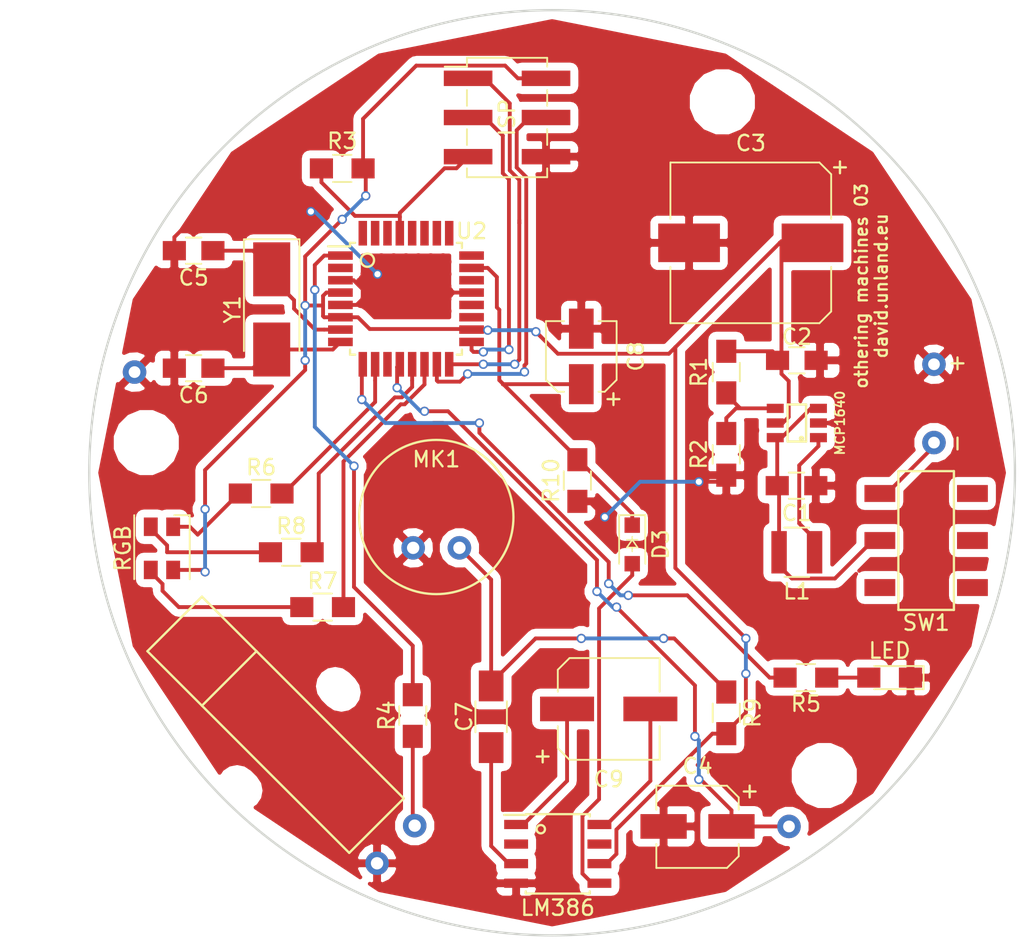
<source format=kicad_pcb>
(kicad_pcb (version 4) (host pcbnew 4.0.7)

  (general
    (links 68)
    (no_connects 1)
    (area 114.140857 69.342 180.594001 130.302001)
    (thickness 1.6)
    (drawings 2)
    (tracks 308)
    (zones 0)
    (modules 36)
    (nets 45)
  )

  (page A4)
  (layers
    (0 F.Cu signal)
    (31 B.Cu signal)
    (32 B.Adhes user)
    (33 F.Adhes user)
    (34 B.Paste user)
    (35 F.Paste user)
    (36 B.SilkS user)
    (37 F.SilkS user)
    (38 B.Mask user)
    (39 F.Mask user)
    (40 Dwgs.User user)
    (41 Cmts.User user)
    (42 Eco1.User user)
    (43 Eco2.User user)
    (44 Edge.Cuts user)
    (45 Margin user)
    (46 B.CrtYd user)
    (47 F.CrtYd user)
    (48 B.Fab user)
    (49 F.Fab user)
  )

  (setup
    (last_trace_width 0.25)
    (trace_clearance 0.2)
    (zone_clearance 0.508)
    (zone_45_only no)
    (trace_min 0.2)
    (segment_width 0.2)
    (edge_width 0.15)
    (via_size 0.6)
    (via_drill 0.4)
    (via_min_size 0.4)
    (via_min_drill 0.3)
    (uvia_size 0.3)
    (uvia_drill 0.1)
    (uvias_allowed no)
    (uvia_min_size 0.2)
    (uvia_min_drill 0.1)
    (pcb_text_width 0.3)
    (pcb_text_size 1.5 1.5)
    (mod_edge_width 0.15)
    (mod_text_size 1 1)
    (mod_text_width 0.15)
    (pad_size 1.524 1.524)
    (pad_drill 0.762)
    (pad_to_mask_clearance 0.2)
    (aux_axis_origin 0 0)
    (visible_elements 7FFFEFFF)
    (pcbplotparams
      (layerselection 0x00030_80000001)
      (usegerberextensions false)
      (excludeedgelayer true)
      (linewidth 0.100000)
      (plotframeref false)
      (viasonmask false)
      (mode 1)
      (useauxorigin false)
      (hpglpennumber 1)
      (hpglpenspeed 20)
      (hpglpendiameter 15)
      (hpglpenoverlay 2)
      (psnegative false)
      (psa4output false)
      (plotreference true)
      (plotvalue true)
      (plotinvisibletext false)
      (padsonsilk false)
      (subtractmaskfromsilk false)
      (outputformat 1)
      (mirror false)
      (drillshape 1)
      (scaleselection 1)
      (outputdirectory ""))
  )

  (net 0 "")
  (net 1 +2V5)
  (net 2 GND)
  (net 3 "Net-(C1-Pad1)")
  (net 4 /5V)
  (net 5 "Net-(C4-Pad1)")
  (net 6 "Net-(C5-Pad1)")
  (net 7 "Net-(C6-Pad1)")
  (net 8 "Net-(C7-Pad1)")
  (net 9 "Net-(C8-Pad1)")
  (net 10 "Net-(D1-Pad2)")
  (net 11 "Net-(D2-Pad3)")
  (net 12 "Net-(D2-Pad4)")
  (net 13 "Net-(D2-Pad1)")
  (net 14 "Net-(D3-Pad2)")
  (net 15 "Net-(ISP1-Pad1)")
  (net 16 "Net-(ISP1-Pad3)")
  (net 17 "Net-(ISP1-Pad4)")
  (net 18 "Net-(ISP1-Pad5)")
  (net 19 "Net-(L1-Pad1)")
  (net 20 "Net-(M1-Pad1)")
  (net 21 "Net-(R1-Pad2)")
  (net 22 "Net-(R4-Pad2)")
  (net 23 "Net-(R5-Pad2)")
  (net 24 "Net-(R6-Pad2)")
  (net 25 "Net-(R7-Pad2)")
  (net 26 "Net-(R8-Pad2)")
  (net 27 "Net-(C7-Pad2)")
  (net 28 "Net-(C9-Pad1)")
  (net 29 "Net-(C9-Pad2)")
  (net 30 "Net-(U2-Pad2)")
  (net 31 "Net-(U2-Pad11)")
  (net 32 "Net-(U2-Pad19)")
  (net 33 "Net-(U2-Pad20)")
  (net 34 "Net-(U2-Pad22)")
  (net 35 "Net-(U2-Pad24)")
  (net 36 "Net-(U2-Pad25)")
  (net 37 "Net-(U2-Pad26)")
  (net 38 "Net-(U2-Pad27)")
  (net 39 "Net-(U2-Pad28)")
  (net 40 "Net-(U2-Pad30)")
  (net 41 "Net-(U2-Pad31)")
  (net 42 "Net-(U2-Pad32)")
  (net 43 "Net-(U3-Pad2)")
  (net 44 "Net-(U3-Pad7)")

  (net_class Default "This is the default net class."
    (clearance 0.2)
    (trace_width 0.25)
    (via_dia 0.6)
    (via_drill 0.4)
    (uvia_dia 0.3)
    (uvia_drill 0.1)
    (add_net +2V5)
    (add_net /5V)
    (add_net GND)
    (add_net "Net-(C1-Pad1)")
    (add_net "Net-(C4-Pad1)")
    (add_net "Net-(C5-Pad1)")
    (add_net "Net-(C6-Pad1)")
    (add_net "Net-(C7-Pad1)")
    (add_net "Net-(C7-Pad2)")
    (add_net "Net-(C8-Pad1)")
    (add_net "Net-(C9-Pad1)")
    (add_net "Net-(C9-Pad2)")
    (add_net "Net-(D1-Pad2)")
    (add_net "Net-(D2-Pad1)")
    (add_net "Net-(D2-Pad3)")
    (add_net "Net-(D2-Pad4)")
    (add_net "Net-(D3-Pad2)")
    (add_net "Net-(ISP1-Pad1)")
    (add_net "Net-(ISP1-Pad3)")
    (add_net "Net-(ISP1-Pad4)")
    (add_net "Net-(ISP1-Pad5)")
    (add_net "Net-(L1-Pad1)")
    (add_net "Net-(M1-Pad1)")
    (add_net "Net-(R1-Pad2)")
    (add_net "Net-(R4-Pad2)")
    (add_net "Net-(R5-Pad2)")
    (add_net "Net-(R6-Pad2)")
    (add_net "Net-(R7-Pad2)")
    (add_net "Net-(R8-Pad2)")
    (add_net "Net-(U2-Pad11)")
    (add_net "Net-(U2-Pad19)")
    (add_net "Net-(U2-Pad2)")
    (add_net "Net-(U2-Pad20)")
    (add_net "Net-(U2-Pad22)")
    (add_net "Net-(U2-Pad24)")
    (add_net "Net-(U2-Pad25)")
    (add_net "Net-(U2-Pad26)")
    (add_net "Net-(U2-Pad27)")
    (add_net "Net-(U2-Pad28)")
    (add_net "Net-(U2-Pad30)")
    (add_net "Net-(U2-Pad31)")
    (add_net "Net-(U2-Pad32)")
    (add_net "Net-(U3-Pad2)")
    (add_net "Net-(U3-Pad7)")
  )

  (module custom:BatteryConnector (layer F.Cu) (tedit 5ABC754E) (tstamp 5B0538EF)
    (at 174.752 95.504 90)
    (path /5A71D7BF)
    (autoplace_cost90 4)
    (fp_text reference BT1 (at 0.02 -2.24 90) (layer F.Fab)
      (effects (font (size 1 1) (thickness 0.15)))
    )
    (fp_text value Battery (at 0 2.74 90) (layer F.Fab)
      (effects (font (size 1 1) (thickness 0.15)))
    )
    (fp_text user - (at -2.6 1.45 90) (layer F.SilkS)
      (effects (font (size 1 1) (thickness 0.15)))
    )
    (fp_text user + (at 2.6 1.45 90) (layer F.SilkS)
      (effects (font (size 1 1) (thickness 0.15)))
    )
    (pad 1 thru_hole circle (at -2.54 0 90) (size 1.524 1.524) (drill 0.762) (layers *.Cu *.Mask)
      (net 1 +2V5))
    (pad 2 thru_hole circle (at 2.54 0 90) (size 1.524 1.524) (drill 0.762) (layers *.Cu *.Mask)
      (net 2 GND))
  )

  (module Capacitors_SMD:C_0805_HandSoldering (layer F.Cu) (tedit 58AA84A8) (tstamp 5B0538F5)
    (at 165.842 100.838)
    (descr "Capacitor SMD 0805, hand soldering")
    (tags "capacitor 0805")
    (path /5B00B931)
    (attr smd)
    (fp_text reference C1 (at 0.02 1.778) (layer F.SilkS)
      (effects (font (size 1 1) (thickness 0.15)))
    )
    (fp_text value 4.7uF (at 2.814 0 90) (layer F.Fab)
      (effects (font (size 1 1) (thickness 0.15)))
    )
    (fp_text user %R (at 0 -1.75) (layer F.Fab)
      (effects (font (size 1 1) (thickness 0.15)))
    )
    (fp_line (start -1 0.62) (end -1 -0.62) (layer F.Fab) (width 0.1))
    (fp_line (start 1 0.62) (end -1 0.62) (layer F.Fab) (width 0.1))
    (fp_line (start 1 -0.62) (end 1 0.62) (layer F.Fab) (width 0.1))
    (fp_line (start -1 -0.62) (end 1 -0.62) (layer F.Fab) (width 0.1))
    (fp_line (start 0.5 -0.85) (end -0.5 -0.85) (layer F.SilkS) (width 0.12))
    (fp_line (start -0.5 0.85) (end 0.5 0.85) (layer F.SilkS) (width 0.12))
    (fp_line (start -2.25 -0.88) (end 2.25 -0.88) (layer F.CrtYd) (width 0.05))
    (fp_line (start -2.25 -0.88) (end -2.25 0.87) (layer F.CrtYd) (width 0.05))
    (fp_line (start 2.25 0.87) (end 2.25 -0.88) (layer F.CrtYd) (width 0.05))
    (fp_line (start 2.25 0.87) (end -2.25 0.87) (layer F.CrtYd) (width 0.05))
    (pad 1 smd rect (at -1.25 0) (size 1.5 1.25) (layers F.Cu F.Paste F.Mask)
      (net 3 "Net-(C1-Pad1)"))
    (pad 2 smd rect (at 1.25 0) (size 1.5 1.25) (layers F.Cu F.Paste F.Mask)
      (net 2 GND))
    (model Capacitors_SMD.3dshapes/C_0805.wrl
      (at (xyz 0 0 0))
      (scale (xyz 1 1 1))
      (rotate (xyz 0 0 0))
    )
  )

  (module Capacitors_SMD:C_0805_HandSoldering (layer F.Cu) (tedit 58AA84A8) (tstamp 5B0538FB)
    (at 165.862 92.71)
    (descr "Capacitor SMD 0805, hand soldering")
    (tags "capacitor 0805")
    (path /5B00BCE0)
    (attr smd)
    (fp_text reference C2 (at 0 -1.524) (layer F.SilkS)
      (effects (font (size 1 1) (thickness 0.15)))
    )
    (fp_text value 10uF (at 0 1.75) (layer F.Fab)
      (effects (font (size 1 1) (thickness 0.15)))
    )
    (fp_text user %R (at 0 -1.75) (layer F.Fab)
      (effects (font (size 1 1) (thickness 0.15)))
    )
    (fp_line (start -1 0.62) (end -1 -0.62) (layer F.Fab) (width 0.1))
    (fp_line (start 1 0.62) (end -1 0.62) (layer F.Fab) (width 0.1))
    (fp_line (start 1 -0.62) (end 1 0.62) (layer F.Fab) (width 0.1))
    (fp_line (start -1 -0.62) (end 1 -0.62) (layer F.Fab) (width 0.1))
    (fp_line (start 0.5 -0.85) (end -0.5 -0.85) (layer F.SilkS) (width 0.12))
    (fp_line (start -0.5 0.85) (end 0.5 0.85) (layer F.SilkS) (width 0.12))
    (fp_line (start -2.25 -0.88) (end 2.25 -0.88) (layer F.CrtYd) (width 0.05))
    (fp_line (start -2.25 -0.88) (end -2.25 0.87) (layer F.CrtYd) (width 0.05))
    (fp_line (start 2.25 0.87) (end 2.25 -0.88) (layer F.CrtYd) (width 0.05))
    (fp_line (start 2.25 0.87) (end -2.25 0.87) (layer F.CrtYd) (width 0.05))
    (pad 1 smd rect (at -1.25 0) (size 1.5 1.25) (layers F.Cu F.Paste F.Mask)
      (net 4 /5V))
    (pad 2 smd rect (at 1.25 0) (size 1.5 1.25) (layers F.Cu F.Paste F.Mask)
      (net 2 GND))
    (model Capacitors_SMD.3dshapes/C_0805.wrl
      (at (xyz 0 0 0))
      (scale (xyz 1 1 1))
      (rotate (xyz 0 0 0))
    )
  )

  (module Capacitors_SMD:CP_Elec_5x5.3 (layer F.Cu) (tedit 58AA8A8F) (tstamp 5B053901)
    (at 159.426 122.936 180)
    (descr "SMT capacitor, aluminium electrolytic, 5x5.3")
    (path /5B052897)
    (attr smd)
    (fp_text reference C4 (at 0 3.92 180) (layer F.SilkS)
      (effects (font (size 1 1) (thickness 0.15)))
    )
    (fp_text value 4.7uF (at 0 -3.92 180) (layer F.Fab)
      (effects (font (size 1 1) (thickness 0.15)))
    )
    (fp_circle (center 0 0) (end 0.3 2.4) (layer F.Fab) (width 0.1))
    (fp_text user + (at -1.37 -0.08 180) (layer F.Fab)
      (effects (font (size 1 1) (thickness 0.15)))
    )
    (fp_text user + (at -3.38 2.34 180) (layer F.SilkS)
      (effects (font (size 1 1) (thickness 0.15)))
    )
    (fp_text user %R (at 0 3.92 180) (layer F.Fab)
      (effects (font (size 1 1) (thickness 0.15)))
    )
    (fp_line (start 2.51 2.49) (end 2.51 -2.54) (layer F.Fab) (width 0.1))
    (fp_line (start -1.84 2.49) (end 2.51 2.49) (layer F.Fab) (width 0.1))
    (fp_line (start -2.51 1.82) (end -1.84 2.49) (layer F.Fab) (width 0.1))
    (fp_line (start -2.51 -1.87) (end -2.51 1.82) (layer F.Fab) (width 0.1))
    (fp_line (start -1.84 -2.54) (end -2.51 -1.87) (layer F.Fab) (width 0.1))
    (fp_line (start 2.51 -2.54) (end -1.84 -2.54) (layer F.Fab) (width 0.1))
    (fp_line (start 2.67 -2.69) (end 2.67 -1.14) (layer F.SilkS) (width 0.12))
    (fp_line (start 2.67 2.64) (end 2.67 1.09) (layer F.SilkS) (width 0.12))
    (fp_line (start -2.67 1.88) (end -2.67 1.09) (layer F.SilkS) (width 0.12))
    (fp_line (start -2.67 -1.93) (end -2.67 -1.14) (layer F.SilkS) (width 0.12))
    (fp_line (start 2.67 -2.69) (end -1.91 -2.69) (layer F.SilkS) (width 0.12))
    (fp_line (start -1.91 -2.69) (end -2.67 -1.93) (layer F.SilkS) (width 0.12))
    (fp_line (start -2.67 1.88) (end -1.91 2.64) (layer F.SilkS) (width 0.12))
    (fp_line (start -1.91 2.64) (end 2.67 2.64) (layer F.SilkS) (width 0.12))
    (fp_line (start -3.95 -2.79) (end 3.95 -2.79) (layer F.CrtYd) (width 0.05))
    (fp_line (start -3.95 -2.79) (end -3.95 2.74) (layer F.CrtYd) (width 0.05))
    (fp_line (start 3.95 2.74) (end 3.95 -2.79) (layer F.CrtYd) (width 0.05))
    (fp_line (start 3.95 2.74) (end -3.95 2.74) (layer F.CrtYd) (width 0.05))
    (pad 1 smd rect (at -2.2 0) (size 3 1.6) (layers F.Cu F.Paste F.Mask)
      (net 5 "Net-(C4-Pad1)"))
    (pad 2 smd rect (at 2.2 0) (size 3 1.6) (layers F.Cu F.Paste F.Mask)
      (net 2 GND))
    (model Capacitors_SMD.3dshapes/CP_Elec_5x5.3.wrl
      (at (xyz 0 0 0))
      (scale (xyz 1 1 1))
      (rotate (xyz 0 0 180))
    )
  )

  (module Capacitors_SMD:C_0805_HandSoldering (layer F.Cu) (tedit 58AA84A8) (tstamp 5B053907)
    (at 126.766 85.598 180)
    (descr "Capacitor SMD 0805, hand soldering")
    (tags "capacitor 0805")
    (path /5A5904B4)
    (attr smd)
    (fp_text reference C5 (at 0 -1.75 180) (layer F.SilkS)
      (effects (font (size 1 1) (thickness 0.15)))
    )
    (fp_text value 22pF (at 0 1.75 180) (layer F.Fab)
      (effects (font (size 1 1) (thickness 0.15)))
    )
    (fp_text user %R (at 0 -1.75 180) (layer F.Fab)
      (effects (font (size 1 1) (thickness 0.15)))
    )
    (fp_line (start -1 0.62) (end -1 -0.62) (layer F.Fab) (width 0.1))
    (fp_line (start 1 0.62) (end -1 0.62) (layer F.Fab) (width 0.1))
    (fp_line (start 1 -0.62) (end 1 0.62) (layer F.Fab) (width 0.1))
    (fp_line (start -1 -0.62) (end 1 -0.62) (layer F.Fab) (width 0.1))
    (fp_line (start 0.5 -0.85) (end -0.5 -0.85) (layer F.SilkS) (width 0.12))
    (fp_line (start -0.5 0.85) (end 0.5 0.85) (layer F.SilkS) (width 0.12))
    (fp_line (start -2.25 -0.88) (end 2.25 -0.88) (layer F.CrtYd) (width 0.05))
    (fp_line (start -2.25 -0.88) (end -2.25 0.87) (layer F.CrtYd) (width 0.05))
    (fp_line (start 2.25 0.87) (end 2.25 -0.88) (layer F.CrtYd) (width 0.05))
    (fp_line (start 2.25 0.87) (end -2.25 0.87) (layer F.CrtYd) (width 0.05))
    (pad 1 smd rect (at -1.25 0 180) (size 1.5 1.25) (layers F.Cu F.Paste F.Mask)
      (net 6 "Net-(C5-Pad1)"))
    (pad 2 smd rect (at 1.25 0 180) (size 1.5 1.25) (layers F.Cu F.Paste F.Mask)
      (net 2 GND))
    (model Capacitors_SMD.3dshapes/C_0805.wrl
      (at (xyz 0 0 0))
      (scale (xyz 1 1 1))
      (rotate (xyz 0 0 0))
    )
  )

  (module Capacitors_SMD:C_0805_HandSoldering (layer F.Cu) (tedit 58AA84A8) (tstamp 5B05390D)
    (at 126.766 93.218 180)
    (descr "Capacitor SMD 0805, hand soldering")
    (tags "capacitor 0805")
    (path /5A590531)
    (attr smd)
    (fp_text reference C6 (at 0 -1.75 180) (layer F.SilkS)
      (effects (font (size 1 1) (thickness 0.15)))
    )
    (fp_text value 22pF (at 0 1.75 180) (layer F.Fab)
      (effects (font (size 1 1) (thickness 0.15)))
    )
    (fp_text user %R (at 0 -1.75 180) (layer F.Fab)
      (effects (font (size 1 1) (thickness 0.15)))
    )
    (fp_line (start -1 0.62) (end -1 -0.62) (layer F.Fab) (width 0.1))
    (fp_line (start 1 0.62) (end -1 0.62) (layer F.Fab) (width 0.1))
    (fp_line (start 1 -0.62) (end 1 0.62) (layer F.Fab) (width 0.1))
    (fp_line (start -1 -0.62) (end 1 -0.62) (layer F.Fab) (width 0.1))
    (fp_line (start 0.5 -0.85) (end -0.5 -0.85) (layer F.SilkS) (width 0.12))
    (fp_line (start -0.5 0.85) (end 0.5 0.85) (layer F.SilkS) (width 0.12))
    (fp_line (start -2.25 -0.88) (end 2.25 -0.88) (layer F.CrtYd) (width 0.05))
    (fp_line (start -2.25 -0.88) (end -2.25 0.87) (layer F.CrtYd) (width 0.05))
    (fp_line (start 2.25 0.87) (end 2.25 -0.88) (layer F.CrtYd) (width 0.05))
    (fp_line (start 2.25 0.87) (end -2.25 0.87) (layer F.CrtYd) (width 0.05))
    (pad 1 smd rect (at -1.25 0 180) (size 1.5 1.25) (layers F.Cu F.Paste F.Mask)
      (net 7 "Net-(C6-Pad1)"))
    (pad 2 smd rect (at 1.25 0 180) (size 1.5 1.25) (layers F.Cu F.Paste F.Mask)
      (net 2 GND))
    (model Capacitors_SMD.3dshapes/C_0805.wrl
      (at (xyz 0 0 0))
      (scale (xyz 1 1 1))
      (rotate (xyz 0 0 0))
    )
  )

  (module Capacitors_SMD:C_1206_HandSoldering (layer F.Cu) (tedit 58AA84D1) (tstamp 5B053913)
    (at 146.05 115.824 90)
    (descr "Capacitor SMD 1206, hand soldering")
    (tags "capacitor 1206")
    (path /5A55E93A)
    (attr smd)
    (fp_text reference C7 (at 0 -1.75 90) (layer F.SilkS)
      (effects (font (size 1 1) (thickness 0.15)))
    )
    (fp_text value 0.1uF (at 0 2 90) (layer F.Fab)
      (effects (font (size 1 1) (thickness 0.15)))
    )
    (fp_text user %R (at 0 -1.75 90) (layer F.Fab)
      (effects (font (size 1 1) (thickness 0.15)))
    )
    (fp_line (start -1.6 0.8) (end -1.6 -0.8) (layer F.Fab) (width 0.1))
    (fp_line (start 1.6 0.8) (end -1.6 0.8) (layer F.Fab) (width 0.1))
    (fp_line (start 1.6 -0.8) (end 1.6 0.8) (layer F.Fab) (width 0.1))
    (fp_line (start -1.6 -0.8) (end 1.6 -0.8) (layer F.Fab) (width 0.1))
    (fp_line (start 1 -1.02) (end -1 -1.02) (layer F.SilkS) (width 0.12))
    (fp_line (start -1 1.02) (end 1 1.02) (layer F.SilkS) (width 0.12))
    (fp_line (start -3.25 -1.05) (end 3.25 -1.05) (layer F.CrtYd) (width 0.05))
    (fp_line (start -3.25 -1.05) (end -3.25 1.05) (layer F.CrtYd) (width 0.05))
    (fp_line (start 3.25 1.05) (end 3.25 -1.05) (layer F.CrtYd) (width 0.05))
    (fp_line (start 3.25 1.05) (end -3.25 1.05) (layer F.CrtYd) (width 0.05))
    (pad 1 smd rect (at -2 0 90) (size 2 1.6) (layers F.Cu F.Paste F.Mask)
      (net 8 "Net-(C7-Pad1)"))
    (pad 2 smd rect (at 2 0 90) (size 2 1.6) (layers F.Cu F.Paste F.Mask)
      (net 27 "Net-(C7-Pad2)"))
    (model Capacitors_SMD.3dshapes/C_1206.wrl
      (at (xyz 0 0 0))
      (scale (xyz 1 1 1))
      (rotate (xyz 0 0 0))
    )
  )

  (module Capacitors_SMD:CP_Elec_4x5.3 (layer F.Cu) (tedit 58AA85FB) (tstamp 5B053919)
    (at 151.892 92.456 90)
    (descr "SMT capacitor, aluminium electrolytic, 4x5.3")
    (path /5A59B569)
    (attr smd)
    (fp_text reference C8 (at 0 3.54 90) (layer F.SilkS)
      (effects (font (size 1 1) (thickness 0.15)))
    )
    (fp_text value 1uF (at 0 -3.54 90) (layer F.Fab)
      (effects (font (size 1 1) (thickness 0.15)))
    )
    (fp_circle (center 0 0) (end 0 2.1) (layer F.Fab) (width 0.1))
    (fp_text user + (at -1.21 -0.08 90) (layer F.Fab)
      (effects (font (size 1 1) (thickness 0.15)))
    )
    (fp_text user + (at -2.77 2.01 90) (layer F.SilkS)
      (effects (font (size 1 1) (thickness 0.15)))
    )
    (fp_text user %R (at 0 3.54 90) (layer F.Fab)
      (effects (font (size 1 1) (thickness 0.15)))
    )
    (fp_line (start 2.13 2.13) (end 2.13 -2.13) (layer F.Fab) (width 0.1))
    (fp_line (start -1.46 2.13) (end 2.13 2.13) (layer F.Fab) (width 0.1))
    (fp_line (start -2.13 1.46) (end -1.46 2.13) (layer F.Fab) (width 0.1))
    (fp_line (start -2.13 -1.46) (end -2.13 1.46) (layer F.Fab) (width 0.1))
    (fp_line (start -1.46 -2.13) (end -2.13 -1.46) (layer F.Fab) (width 0.1))
    (fp_line (start 2.13 -2.13) (end -1.46 -2.13) (layer F.Fab) (width 0.1))
    (fp_line (start -2.29 -1.52) (end -2.29 -1.12) (layer F.SilkS) (width 0.12))
    (fp_line (start 2.29 -2.29) (end 2.29 -1.12) (layer F.SilkS) (width 0.12))
    (fp_line (start 2.29 2.29) (end 2.29 1.12) (layer F.SilkS) (width 0.12))
    (fp_line (start -2.29 1.52) (end -2.29 1.12) (layer F.SilkS) (width 0.12))
    (fp_line (start -1.52 2.29) (end 2.29 2.29) (layer F.SilkS) (width 0.12))
    (fp_line (start -1.52 2.29) (end -2.29 1.52) (layer F.SilkS) (width 0.12))
    (fp_line (start -1.52 -2.29) (end 2.29 -2.29) (layer F.SilkS) (width 0.12))
    (fp_line (start -1.52 -2.29) (end -2.29 -1.52) (layer F.SilkS) (width 0.12))
    (fp_line (start -3.35 -2.39) (end 3.35 -2.39) (layer F.CrtYd) (width 0.05))
    (fp_line (start -3.35 -2.39) (end -3.35 2.38) (layer F.CrtYd) (width 0.05))
    (fp_line (start 3.35 2.38) (end 3.35 -2.39) (layer F.CrtYd) (width 0.05))
    (fp_line (start 3.35 2.38) (end -3.35 2.38) (layer F.CrtYd) (width 0.05))
    (pad 1 smd rect (at -1.8 0 270) (size 2.6 1.6) (layers F.Cu F.Paste F.Mask)
      (net 9 "Net-(C8-Pad1)"))
    (pad 2 smd rect (at 1.8 0 270) (size 2.6 1.6) (layers F.Cu F.Paste F.Mask)
      (net 2 GND))
    (model Capacitors_SMD.3dshapes/CP_Elec_4x5.3.wrl
      (at (xyz 0 0 0))
      (scale (xyz 1 1 1))
      (rotate (xyz 0 0 180))
    )
  )

  (module Capacitors_SMD:CP_Elec_6.3x5.8 (layer F.Cu) (tedit 58AA8B59) (tstamp 5B05391F)
    (at 153.67 115.316)
    (descr "SMT capacitor, aluminium electrolytic, 6.3x5.8")
    (path /5A594696)
    (attr smd)
    (fp_text reference C9 (at 0 4.56) (layer F.SilkS)
      (effects (font (size 1 1) (thickness 0.15)))
    )
    (fp_text value 22uF (at 0 -4.56) (layer F.Fab)
      (effects (font (size 1 1) (thickness 0.15)))
    )
    (fp_circle (center 0 0) (end 0.5 3) (layer F.Fab) (width 0.1))
    (fp_text user + (at -1.75 -0.08) (layer F.Fab)
      (effects (font (size 1 1) (thickness 0.15)))
    )
    (fp_text user + (at -4.28 3.01) (layer F.SilkS)
      (effects (font (size 1 1) (thickness 0.15)))
    )
    (fp_text user %R (at 0 4.56) (layer F.Fab)
      (effects (font (size 1 1) (thickness 0.15)))
    )
    (fp_line (start 3.15 3.15) (end 3.15 -3.15) (layer F.Fab) (width 0.1))
    (fp_line (start -2.48 3.15) (end 3.15 3.15) (layer F.Fab) (width 0.1))
    (fp_line (start -3.15 2.48) (end -2.48 3.15) (layer F.Fab) (width 0.1))
    (fp_line (start -3.15 -2.48) (end -3.15 2.48) (layer F.Fab) (width 0.1))
    (fp_line (start -2.48 -3.15) (end -3.15 -2.48) (layer F.Fab) (width 0.1))
    (fp_line (start 3.15 -3.15) (end -2.48 -3.15) (layer F.Fab) (width 0.1))
    (fp_line (start 3.3 3.3) (end 3.3 1.12) (layer F.SilkS) (width 0.12))
    (fp_line (start 3.3 -3.3) (end 3.3 -1.12) (layer F.SilkS) (width 0.12))
    (fp_line (start -3.3 2.54) (end -3.3 1.12) (layer F.SilkS) (width 0.12))
    (fp_line (start -3.3 -2.54) (end -3.3 -1.12) (layer F.SilkS) (width 0.12))
    (fp_line (start 3.3 3.3) (end -2.54 3.3) (layer F.SilkS) (width 0.12))
    (fp_line (start -2.54 3.3) (end -3.3 2.54) (layer F.SilkS) (width 0.12))
    (fp_line (start -3.3 -2.54) (end -2.54 -3.3) (layer F.SilkS) (width 0.12))
    (fp_line (start -2.54 -3.3) (end 3.3 -3.3) (layer F.SilkS) (width 0.12))
    (fp_line (start -4.7 -3.4) (end 4.7 -3.4) (layer F.CrtYd) (width 0.05))
    (fp_line (start -4.7 -3.4) (end -4.7 3.4) (layer F.CrtYd) (width 0.05))
    (fp_line (start 4.7 3.4) (end 4.7 -3.4) (layer F.CrtYd) (width 0.05))
    (fp_line (start 4.7 3.4) (end -4.7 3.4) (layer F.CrtYd) (width 0.05))
    (pad 1 smd rect (at -2.7 0 180) (size 3.5 1.6) (layers F.Cu F.Paste F.Mask)
      (net 28 "Net-(C9-Pad1)"))
    (pad 2 smd rect (at 2.7 0 180) (size 3.5 1.6) (layers F.Cu F.Paste F.Mask)
      (net 29 "Net-(C9-Pad2)"))
    (model Capacitors_SMD.3dshapes/CP_Elec_6.3x5.8.wrl
      (at (xyz 0 0 0))
      (scale (xyz 1 1 1))
      (rotate (xyz 0 0 180))
    )
  )

  (module LEDs:LED_0805_HandSoldering (layer F.Cu) (tedit 5B055F2F) (tstamp 5B053925)
    (at 171.878 113.284 180)
    (descr "Resistor SMD 0805, hand soldering")
    (tags "resistor 0805")
    (path /5A588D7A)
    (attr smd)
    (fp_text reference D1 (at 0 -1.7 180) (layer F.Fab)
      (effects (font (size 1 1) (thickness 0.15)))
    )
    (fp_text value LED (at 0 1.75 180) (layer F.SilkS)
      (effects (font (size 1 1) (thickness 0.15)))
    )
    (fp_line (start -0.4 -0.4) (end -0.4 0.4) (layer F.Fab) (width 0.1))
    (fp_line (start -0.4 0) (end 0.2 -0.4) (layer F.Fab) (width 0.1))
    (fp_line (start 0.2 0.4) (end -0.4 0) (layer F.Fab) (width 0.1))
    (fp_line (start 0.2 -0.4) (end 0.2 0.4) (layer F.Fab) (width 0.1))
    (fp_line (start -1 0.62) (end -1 -0.62) (layer F.Fab) (width 0.1))
    (fp_line (start 1 0.62) (end -1 0.62) (layer F.Fab) (width 0.1))
    (fp_line (start 1 -0.62) (end 1 0.62) (layer F.Fab) (width 0.1))
    (fp_line (start -1 -0.62) (end 1 -0.62) (layer F.Fab) (width 0.1))
    (fp_line (start 1 0.75) (end -2.2 0.75) (layer F.SilkS) (width 0.12))
    (fp_line (start -2.2 -0.75) (end 1 -0.75) (layer F.SilkS) (width 0.12))
    (fp_line (start -2.35 -0.9) (end 2.35 -0.9) (layer F.CrtYd) (width 0.05))
    (fp_line (start -2.35 -0.9) (end -2.35 0.9) (layer F.CrtYd) (width 0.05))
    (fp_line (start 2.35 0.9) (end 2.35 -0.9) (layer F.CrtYd) (width 0.05))
    (fp_line (start 2.35 0.9) (end -2.35 0.9) (layer F.CrtYd) (width 0.05))
    (fp_line (start -2.2 -0.75) (end -2.2 0.75) (layer F.SilkS) (width 0.12))
    (pad 1 smd rect (at -1.35 0 180) (size 1.5 1.3) (layers F.Cu F.Paste F.Mask)
      (net 2 GND))
    (pad 2 smd rect (at 1.35 0 180) (size 1.5 1.3) (layers F.Cu F.Paste F.Mask)
      (net 10 "Net-(D1-Pad2)"))
    (model ${KISYS3DMOD}/LEDs.3dshapes/LED_0805.wrl
      (at (xyz 0 0 0))
      (scale (xyz 1 1 1))
      (rotate (xyz 0 0 0))
    )
  )

  (module custom:LED_RCGB_AAA3528 (layer F.Cu) (tedit 5B0548BB) (tstamp 5B05392D)
    (at 124.714 104.902 90)
    (descr http://www.world-semi.com/uploads/soft/150522/1-150522091P5.pdf)
    (tags "LED NeoPixel")
    (path /5AC36C4B)
    (attr smd)
    (fp_text reference RGB (at 0 -2.54 90) (layer F.SilkS)
      (effects (font (size 1 1) (thickness 0.15)))
    )
    (fp_text value LED_RAGB (at 0 2.794 90) (layer F.Fab) hide
      (effects (font (size 1 1) (thickness 0.15)))
    )
    (fp_line (start 2.25 -1.85) (end -2.1 -1.85) (layer F.CrtYd) (width 0.05))
    (fp_line (start 2.25 1.85) (end 2.25 -1.85) (layer F.CrtYd) (width 0.05))
    (fp_line (start -2.1 1.85) (end 2.25 1.85) (layer F.CrtYd) (width 0.05))
    (fp_line (start -2.1 -1.85) (end -2.1 1.85) (layer F.CrtYd) (width 0.05))
    (fp_line (start 1.6 0.8) (end 1.05 1.35) (layer F.Fab) (width 0.1))
    (fp_line (start -1.6 1.4) (end -1.6 -1.4) (layer F.Fab) (width 0.1))
    (fp_line (start -1.6 1.4) (end 1.6 1.4) (layer F.Fab) (width 0.1))
    (fp_line (start 1.6 -1.4) (end 1.6 1.4) (layer F.Fab) (width 0.1))
    (fp_line (start 1.6 -1.4) (end -1.6 -1.4) (layer F.Fab) (width 0.1))
    (fp_line (start -2 -1.8) (end 2.15 -1.8) (layer F.SilkS) (width 0.12))
    (fp_line (start -2 1.8) (end 2.15 1.8) (layer F.SilkS) (width 0.12))
    (fp_line (start 2.15 1.8) (end 2.15 0.8) (layer F.SilkS) (width 0.12))
    (fp_circle (center 0 0) (end 0 -1.2) (layer F.Fab) (width 0.1))
    (pad 3 smd rect (at -1.4 -0.725 90) (size 1.2 0.9) (layers F.Cu F.Paste F.Mask)
      (net 11 "Net-(D2-Pad3)"))
    (pad 4 smd rect (at 1.4 -0.725 90) (size 1.2 0.9) (layers F.Cu F.Paste F.Mask)
      (net 12 "Net-(D2-Pad4)"))
    (pad 2 smd rect (at -1.4 0.725 90) (size 1.2 0.9) (layers F.Cu F.Paste F.Mask)
      (net 4 /5V))
    (pad 1 smd rect (at 1.4 0.725 90) (size 1.2 0.9) (layers F.Cu F.Paste F.Mask)
      (net 13 "Net-(D2-Pad1)"))
    (model ${KISYS3DMOD}/LEDs.3dshapes/LED_WS2812B-PLCC4.wrl
      (at (xyz 0 0 0))
      (scale (xyz 0.39 0.39 0.39))
      (rotate (xyz 0 0 180))
    )
  )

  (module Pin_Headers:Pin_Header_Straight_2x03_Pitch2.54mm_SMD (layer F.Cu) (tedit 5B054A45) (tstamp 5B05393D)
    (at 147.081 76.962)
    (descr "surface-mounted straight pin header, 2x03, 2.54mm pitch, double rows")
    (tags "Surface mounted pin header SMD 2x03 2.54mm double row")
    (path /5A55DD7E)
    (attr smd)
    (fp_text reference ISP1 (at 0 -4.87) (layer F.Fab)
      (effects (font (size 1 1) (thickness 0.15)))
    )
    (fp_text value AVR-ISP-6 (at 0 4.87) (layer F.Fab)
      (effects (font (size 1 1) (thickness 0.15)))
    )
    (fp_line (start 2.54 3.81) (end -2.54 3.81) (layer F.Fab) (width 0.1))
    (fp_line (start -1.59 -3.81) (end 2.54 -3.81) (layer F.Fab) (width 0.1))
    (fp_line (start -2.54 3.81) (end -2.54 -2.86) (layer F.Fab) (width 0.1))
    (fp_line (start -2.54 -2.86) (end -1.59 -3.81) (layer F.Fab) (width 0.1))
    (fp_line (start 2.54 -3.81) (end 2.54 3.81) (layer F.Fab) (width 0.1))
    (fp_line (start -2.54 -2.86) (end -3.6 -2.86) (layer F.Fab) (width 0.1))
    (fp_line (start -3.6 -2.86) (end -3.6 -2.22) (layer F.Fab) (width 0.1))
    (fp_line (start -3.6 -2.22) (end -2.54 -2.22) (layer F.Fab) (width 0.1))
    (fp_line (start 2.54 -2.86) (end 3.6 -2.86) (layer F.Fab) (width 0.1))
    (fp_line (start 3.6 -2.86) (end 3.6 -2.22) (layer F.Fab) (width 0.1))
    (fp_line (start 3.6 -2.22) (end 2.54 -2.22) (layer F.Fab) (width 0.1))
    (fp_line (start -2.54 -0.32) (end -3.6 -0.32) (layer F.Fab) (width 0.1))
    (fp_line (start -3.6 -0.32) (end -3.6 0.32) (layer F.Fab) (width 0.1))
    (fp_line (start -3.6 0.32) (end -2.54 0.32) (layer F.Fab) (width 0.1))
    (fp_line (start 2.54 -0.32) (end 3.6 -0.32) (layer F.Fab) (width 0.1))
    (fp_line (start 3.6 -0.32) (end 3.6 0.32) (layer F.Fab) (width 0.1))
    (fp_line (start 3.6 0.32) (end 2.54 0.32) (layer F.Fab) (width 0.1))
    (fp_line (start -2.54 2.22) (end -3.6 2.22) (layer F.Fab) (width 0.1))
    (fp_line (start -3.6 2.22) (end -3.6 2.86) (layer F.Fab) (width 0.1))
    (fp_line (start -3.6 2.86) (end -2.54 2.86) (layer F.Fab) (width 0.1))
    (fp_line (start 2.54 2.22) (end 3.6 2.22) (layer F.Fab) (width 0.1))
    (fp_line (start 3.6 2.22) (end 3.6 2.86) (layer F.Fab) (width 0.1))
    (fp_line (start 3.6 2.86) (end 2.54 2.86) (layer F.Fab) (width 0.1))
    (fp_line (start -2.6 -3.87) (end 2.6 -3.87) (layer F.SilkS) (width 0.12))
    (fp_line (start -2.6 3.87) (end 2.6 3.87) (layer F.SilkS) (width 0.12))
    (fp_line (start -4.04 -3.3) (end -2.6 -3.3) (layer F.SilkS) (width 0.12))
    (fp_line (start -2.6 -3.87) (end -2.6 -3.3) (layer F.SilkS) (width 0.12))
    (fp_line (start 2.6 -3.87) (end 2.6 -3.3) (layer F.SilkS) (width 0.12))
    (fp_line (start -2.6 3.3) (end -2.6 3.87) (layer F.SilkS) (width 0.12))
    (fp_line (start 2.6 3.3) (end 2.6 3.87) (layer F.SilkS) (width 0.12))
    (fp_line (start -2.6 -1.78) (end -2.6 -0.76) (layer F.SilkS) (width 0.12))
    (fp_line (start 2.6 -1.78) (end 2.6 -0.76) (layer F.SilkS) (width 0.12))
    (fp_line (start -2.6 0.76) (end -2.6 1.78) (layer F.SilkS) (width 0.12))
    (fp_line (start 2.6 0.76) (end 2.6 1.78) (layer F.SilkS) (width 0.12))
    (fp_line (start -5.9 -4.35) (end -5.9 4.35) (layer F.CrtYd) (width 0.05))
    (fp_line (start -5.9 4.35) (end 5.9 4.35) (layer F.CrtYd) (width 0.05))
    (fp_line (start 5.9 4.35) (end 5.9 -4.35) (layer F.CrtYd) (width 0.05))
    (fp_line (start 5.9 -4.35) (end -5.9 -4.35) (layer F.CrtYd) (width 0.05))
    (fp_text user ISP (at 0 0 90) (layer F.SilkS)
      (effects (font (size 1 1) (thickness 0.15)))
    )
    (pad 1 smd rect (at -2.525 -2.54) (size 3.15 1) (layers F.Cu F.Paste F.Mask)
      (net 15 "Net-(ISP1-Pad1)"))
    (pad 2 smd rect (at 2.525 -2.54) (size 3.15 1) (layers F.Cu F.Paste F.Mask)
      (net 4 /5V))
    (pad 3 smd rect (at -2.525 0) (size 3.15 1) (layers F.Cu F.Paste F.Mask)
      (net 16 "Net-(ISP1-Pad3)"))
    (pad 4 smd rect (at 2.525 0) (size 3.15 1) (layers F.Cu F.Paste F.Mask)
      (net 17 "Net-(ISP1-Pad4)"))
    (pad 5 smd rect (at -2.525 2.54) (size 3.15 1) (layers F.Cu F.Paste F.Mask)
      (net 18 "Net-(ISP1-Pad5)"))
    (pad 6 smd rect (at 2.525 2.54) (size 3.15 1) (layers F.Cu F.Paste F.Mask)
      (net 2 GND))
    (model ${KISYS3DMOD}/Pin_Headers.3dshapes/Pin_Header_Straight_2x03_Pitch2.54mm_SMD.wrl
      (at (xyz 0 0 0))
      (scale (xyz 1 1 1))
      (rotate (xyz 0 0 0))
    )
  )

  (module Inductors_SMD:L_Abracon_ASPI-3012S (layer F.Cu) (tedit 5990349C) (tstamp 5B053943)
    (at 165.862 105.156 180)
    (descr "smd shielded power inductor http://www.abracon.com/Magnetics/power/ASPI-3012S.pdf")
    (tags "inductor abracon smd shielded")
    (path /5B00BA8C)
    (attr smd)
    (fp_text reference L1 (at 0 -2.54 180) (layer F.SilkS)
      (effects (font (size 1 1) (thickness 0.15)))
    )
    (fp_text value L (at 0 -2.7 180) (layer F.Fab)
      (effects (font (size 1 1) (thickness 0.15)))
    )
    (fp_text user %R (at 0 0 180) (layer F.Fab)
      (effects (font (size 0.7 0.7) (thickness 0.105)))
    )
    (fp_line (start 2 1.8) (end 2 -1.8) (layer F.CrtYd) (width 0.05))
    (fp_line (start -2 1.8) (end 2 1.8) (layer F.CrtYd) (width 0.05))
    (fp_line (start -2 -1.8) (end -2 1.8) (layer F.CrtYd) (width 0.05))
    (fp_line (start 2 -1.8) (end -2 -1.8) (layer F.CrtYd) (width 0.05))
    (fp_line (start -1 1.3) (end -0.8 1.5) (layer F.Fab) (width 0.1))
    (fp_line (start -1.5 1.3) (end -1 1.3) (layer F.Fab) (width 0.1))
    (fp_line (start -1.5 -1.3) (end -1.5 1.3) (layer F.Fab) (width 0.1))
    (fp_line (start -1 -1.3) (end -1.5 -1.3) (layer F.Fab) (width 0.1))
    (fp_line (start -0.8 -1.5) (end -1 -1.3) (layer F.Fab) (width 0.1))
    (fp_line (start 0.8 -1.5) (end -0.8 -1.5) (layer F.Fab) (width 0.1))
    (fp_line (start 1 -1.3) (end 0.8 -1.5) (layer F.Fab) (width 0.1))
    (fp_line (start 1.5 -1.3) (end 1 -1.3) (layer F.Fab) (width 0.1))
    (fp_line (start 1.5 1.3) (end 1.5 -1.3) (layer F.Fab) (width 0.1))
    (fp_line (start 1 1.3) (end 1.5 1.3) (layer F.Fab) (width 0.1))
    (fp_line (start 0.8 1.5) (end 1 1.3) (layer F.Fab) (width 0.1))
    (fp_line (start -0.8 1.5) (end 0.8 1.5) (layer F.Fab) (width 0.1))
    (fp_line (start -0.8 1.6) (end 0.8 1.6) (layer F.SilkS) (width 0.12))
    (fp_line (start -0.8 -1.6) (end 0.8 -1.6) (layer F.SilkS) (width 0.12))
    (pad 1 smd rect (at -1.15 0 180) (size 1 2.75) (layers F.Cu F.Paste F.Mask)
      (net 19 "Net-(L1-Pad1)"))
    (pad 2 smd rect (at 1.15 0 180) (size 1 2.75) (layers F.Cu F.Paste F.Mask)
      (net 3 "Net-(C1-Pad1)"))
    (model ${KISYS3DMOD}/Inductors_SMD.3dshapes/L_Abracon_ASPI-3012S.wrl
      (at (xyz 0 0 0))
      (scale (xyz 1 1 1))
      (rotate (xyz 0 0 0))
    )
  )

  (module custom:SpeakerDigisoundSAL5050MC locked (layer F.Cu) (tedit 5B055FEC) (tstamp 5B053949)
    (at 150 100)
    (path /5A561634)
    (fp_text reference LS1 (at 0 -15) (layer F.Fab)
      (effects (font (size 1 1) (thickness 0.15)))
    )
    (fp_text value Speaker (at 0 -18.5) (layer F.Fab)
      (effects (font (size 1 1) (thickness 0.15)))
    )
    (fp_circle (center 0 0) (end 25 0) (layer Dwgs.User) (width 0.15))
    (fp_circle (center 0 0) (end 10 0) (layer Dwgs.User) (width 0.15))
    (pad 1 thru_hole circle (at 15.354 22.936) (size 1.524 1.524) (drill 0.762) (layers *.Cu *.Mask)
      (net 5 "Net-(C4-Pad1)"))
    (pad 2 thru_hole circle (at -27.064 -6.528) (size 1.524 1.524) (drill 0.762) (layers *.Cu *.Mask)
      (net 2 GND))
  )

  (module custom:VibrationMotor17x5WithDrillHoles (layer F.Cu) (tedit 5A8AD0C6) (tstamp 5B053951)
    (at 137.558214 121.824175 45)
    (path /5A58B6B5)
    (fp_text reference M1 (at 0 -11.1 45) (layer F.SilkS) hide
      (effects (font (size 1 1) (thickness 0.15)))
    )
    (fp_text value VibrationMotor (at 1.5 -5.3 135) (layer F.Fab)
      (effects (font (size 1 1) (thickness 0.15)))
    )
    (fp_line (start -2.5 -17) (end -2.5 -12) (layer F.SilkS) (width 0.15))
    (fp_line (start 2.5 -17) (end -2.5 -17) (layer F.SilkS) (width 0.15))
    (fp_line (start 2.5 -12) (end 2.5 -17) (layer F.SilkS) (width 0.15))
    (fp_line (start -2.5 -12) (end -2.5 1.5) (layer F.SilkS) (width 0.15))
    (fp_line (start 2.5 -12) (end -2.5 -12) (layer F.SilkS) (width 0.15))
    (fp_line (start 2.5 1.5) (end 2.5 -12) (layer F.SilkS) (width 0.15))
    (fp_line (start -2.5 1.5) (end 2.5 1.5) (layer F.SilkS) (width 0.15))
    (pad 2 thru_hole circle (at -1.7 3.25 45) (size 1.524 1.524) (drill 0.8) (layers *.Cu *.Mask)
      (net 2 GND))
    (pad 1 thru_hole circle (at 1.75 3.25 45) (size 1.524 1.524) (drill 0.8) (layers *.Cu *.Mask)
      (net 20 "Net-(M1-Pad1)"))
    (pad "" np_thru_hole oval (at 4.5 -6.5 45) (size 1.5 2) (drill oval 1.5 2) (layers *.Cu *.Mask))
    (pad "" np_thru_hole oval (at -4.5 -6.5 45) (size 1.5 2) (drill oval 1.5 2) (layers *.Cu *.Mask))
  )

  (module custom:Microphone_Electret_WM52 (layer F.Cu) (tedit 5ACB6C12) (tstamp 5B053957)
    (at 142.494 102.87)
    (path /5A55EE71)
    (fp_text reference MK1 (at -0.000532 -3.740922) (layer F.SilkS)
      (effects (font (size 1 1) (thickness 0.15)))
    )
    (fp_text value Microphone (at 0 6.55) (layer F.Fab)
      (effects (font (size 1 1) (thickness 0.15)))
    )
    (fp_circle (center 0 0) (end 5 -0.05) (layer F.SilkS) (width 0.15))
    (pad 1 thru_hole circle (at 1.5 2) (size 1.524 1.524) (drill 0.8) (layers *.Cu *.Mask)
      (net 27 "Net-(C7-Pad2)"))
    (pad 2 thru_hole circle (at -1.5 2) (size 1.524 1.524) (drill 0.8) (layers *.Cu *.Mask)
      (net 2 GND))
  )

  (module Resistors_SMD:R_0805_HandSoldering (layer F.Cu) (tedit 58E0A804) (tstamp 5B05395D)
    (at 161.29 93.472 270)
    (descr "Resistor SMD 0805, hand soldering")
    (tags "resistor 0805")
    (path /5B00B6B8)
    (attr smd)
    (fp_text reference R1 (at 0 1.778 270) (layer F.SilkS)
      (effects (font (size 1 1) (thickness 0.15)))
    )
    (fp_text value 68K (at 0 1.75 270) (layer F.Fab)
      (effects (font (size 1 1) (thickness 0.15)))
    )
    (fp_text user %R (at 0 0 270) (layer F.Fab)
      (effects (font (size 0.5 0.5) (thickness 0.075)))
    )
    (fp_line (start -1 0.62) (end -1 -0.62) (layer F.Fab) (width 0.1))
    (fp_line (start 1 0.62) (end -1 0.62) (layer F.Fab) (width 0.1))
    (fp_line (start 1 -0.62) (end 1 0.62) (layer F.Fab) (width 0.1))
    (fp_line (start -1 -0.62) (end 1 -0.62) (layer F.Fab) (width 0.1))
    (fp_line (start 0.6 0.88) (end -0.6 0.88) (layer F.SilkS) (width 0.12))
    (fp_line (start -0.6 -0.88) (end 0.6 -0.88) (layer F.SilkS) (width 0.12))
    (fp_line (start -2.35 -0.9) (end 2.35 -0.9) (layer F.CrtYd) (width 0.05))
    (fp_line (start -2.35 -0.9) (end -2.35 0.9) (layer F.CrtYd) (width 0.05))
    (fp_line (start 2.35 0.9) (end 2.35 -0.9) (layer F.CrtYd) (width 0.05))
    (fp_line (start 2.35 0.9) (end -2.35 0.9) (layer F.CrtYd) (width 0.05))
    (pad 1 smd rect (at -1.35 0 270) (size 1.5 1.3) (layers F.Cu F.Paste F.Mask)
      (net 4 /5V))
    (pad 2 smd rect (at 1.35 0 270) (size 1.5 1.3) (layers F.Cu F.Paste F.Mask)
      (net 21 "Net-(R1-Pad2)"))
    (model ${KISYS3DMOD}/Resistors_SMD.3dshapes/R_0805.wrl
      (at (xyz 0 0 0))
      (scale (xyz 1 1 1))
      (rotate (xyz 0 0 0))
    )
  )

  (module Resistors_SMD:R_0805_HandSoldering (layer F.Cu) (tedit 58E0A804) (tstamp 5B053963)
    (at 161.29 98.806 270)
    (descr "Resistor SMD 0805, hand soldering")
    (tags "resistor 0805")
    (path /5B00B71F)
    (attr smd)
    (fp_text reference R2 (at 0 1.778 270) (layer F.SilkS)
      (effects (font (size 1 1) (thickness 0.15)))
    )
    (fp_text value 22K (at 0 1.75 270) (layer F.Fab)
      (effects (font (size 1 1) (thickness 0.15)))
    )
    (fp_text user %R (at 0 0 270) (layer F.Fab)
      (effects (font (size 0.5 0.5) (thickness 0.075)))
    )
    (fp_line (start -1 0.62) (end -1 -0.62) (layer F.Fab) (width 0.1))
    (fp_line (start 1 0.62) (end -1 0.62) (layer F.Fab) (width 0.1))
    (fp_line (start 1 -0.62) (end 1 0.62) (layer F.Fab) (width 0.1))
    (fp_line (start -1 -0.62) (end 1 -0.62) (layer F.Fab) (width 0.1))
    (fp_line (start 0.6 0.88) (end -0.6 0.88) (layer F.SilkS) (width 0.12))
    (fp_line (start -0.6 -0.88) (end 0.6 -0.88) (layer F.SilkS) (width 0.12))
    (fp_line (start -2.35 -0.9) (end 2.35 -0.9) (layer F.CrtYd) (width 0.05))
    (fp_line (start -2.35 -0.9) (end -2.35 0.9) (layer F.CrtYd) (width 0.05))
    (fp_line (start 2.35 0.9) (end 2.35 -0.9) (layer F.CrtYd) (width 0.05))
    (fp_line (start 2.35 0.9) (end -2.35 0.9) (layer F.CrtYd) (width 0.05))
    (pad 1 smd rect (at -1.35 0 270) (size 1.5 1.3) (layers F.Cu F.Paste F.Mask)
      (net 21 "Net-(R1-Pad2)"))
    (pad 2 smd rect (at 1.35 0 270) (size 1.5 1.3) (layers F.Cu F.Paste F.Mask)
      (net 2 GND))
    (model ${KISYS3DMOD}/Resistors_SMD.3dshapes/R_0805.wrl
      (at (xyz 0 0 0))
      (scale (xyz 1 1 1))
      (rotate (xyz 0 0 0))
    )
  )

  (module Resistors_SMD:R_0805_HandSoldering (layer F.Cu) (tedit 58E0A804) (tstamp 5B053969)
    (at 136.398 80.264 180)
    (descr "Resistor SMD 0805, hand soldering")
    (tags "resistor 0805")
    (path /5A593366)
    (attr smd)
    (fp_text reference R3 (at 0 1.778 180) (layer F.SilkS)
      (effects (font (size 1 1) (thickness 0.15)))
    )
    (fp_text value 10K (at 0 -1.778 180) (layer F.Fab)
      (effects (font (size 1 1) (thickness 0.15)))
    )
    (fp_text user %R (at 0 0 180) (layer F.Fab)
      (effects (font (size 0.5 0.5) (thickness 0.075)))
    )
    (fp_line (start -1 0.62) (end -1 -0.62) (layer F.Fab) (width 0.1))
    (fp_line (start 1 0.62) (end -1 0.62) (layer F.Fab) (width 0.1))
    (fp_line (start 1 -0.62) (end 1 0.62) (layer F.Fab) (width 0.1))
    (fp_line (start -1 -0.62) (end 1 -0.62) (layer F.Fab) (width 0.1))
    (fp_line (start 0.6 0.88) (end -0.6 0.88) (layer F.SilkS) (width 0.12))
    (fp_line (start -0.6 -0.88) (end 0.6 -0.88) (layer F.SilkS) (width 0.12))
    (fp_line (start -2.35 -0.9) (end 2.35 -0.9) (layer F.CrtYd) (width 0.05))
    (fp_line (start -2.35 -0.9) (end -2.35 0.9) (layer F.CrtYd) (width 0.05))
    (fp_line (start 2.35 0.9) (end 2.35 -0.9) (layer F.CrtYd) (width 0.05))
    (fp_line (start 2.35 0.9) (end -2.35 0.9) (layer F.CrtYd) (width 0.05))
    (pad 1 smd rect (at -1.35 0 180) (size 1.5 1.3) (layers F.Cu F.Paste F.Mask)
      (net 4 /5V))
    (pad 2 smd rect (at 1.35 0 180) (size 1.5 1.3) (layers F.Cu F.Paste F.Mask)
      (net 18 "Net-(ISP1-Pad5)"))
    (model ${KISYS3DMOD}/Resistors_SMD.3dshapes/R_0805.wrl
      (at (xyz 0 0 0))
      (scale (xyz 1 1 1))
      (rotate (xyz 0 0 0))
    )
  )

  (module Resistors_SMD:R_0805_HandSoldering (layer F.Cu) (tedit 58E0A804) (tstamp 5B05396F)
    (at 140.97 115.744 90)
    (descr "Resistor SMD 0805, hand soldering")
    (tags "resistor 0805")
    (path /5A58B805)
    (attr smd)
    (fp_text reference R4 (at 0 -1.7 90) (layer F.SilkS)
      (effects (font (size 1 1) (thickness 0.15)))
    )
    (fp_text value 22 (at 0 1.75 90) (layer F.Fab)
      (effects (font (size 1 1) (thickness 0.15)))
    )
    (fp_text user %R (at 0 0 90) (layer F.Fab)
      (effects (font (size 0.5 0.5) (thickness 0.075)))
    )
    (fp_line (start -1 0.62) (end -1 -0.62) (layer F.Fab) (width 0.1))
    (fp_line (start 1 0.62) (end -1 0.62) (layer F.Fab) (width 0.1))
    (fp_line (start 1 -0.62) (end 1 0.62) (layer F.Fab) (width 0.1))
    (fp_line (start -1 -0.62) (end 1 -0.62) (layer F.Fab) (width 0.1))
    (fp_line (start 0.6 0.88) (end -0.6 0.88) (layer F.SilkS) (width 0.12))
    (fp_line (start -0.6 -0.88) (end 0.6 -0.88) (layer F.SilkS) (width 0.12))
    (fp_line (start -2.35 -0.9) (end 2.35 -0.9) (layer F.CrtYd) (width 0.05))
    (fp_line (start -2.35 -0.9) (end -2.35 0.9) (layer F.CrtYd) (width 0.05))
    (fp_line (start 2.35 0.9) (end 2.35 -0.9) (layer F.CrtYd) (width 0.05))
    (fp_line (start 2.35 0.9) (end -2.35 0.9) (layer F.CrtYd) (width 0.05))
    (pad 1 smd rect (at -1.35 0 90) (size 1.5 1.3) (layers F.Cu F.Paste F.Mask)
      (net 20 "Net-(M1-Pad1)"))
    (pad 2 smd rect (at 1.35 0 90) (size 1.5 1.3) (layers F.Cu F.Paste F.Mask)
      (net 22 "Net-(R4-Pad2)"))
    (model ${KISYS3DMOD}/Resistors_SMD.3dshapes/R_0805.wrl
      (at (xyz 0 0 0))
      (scale (xyz 1 1 1))
      (rotate (xyz 0 0 0))
    )
  )

  (module Resistors_SMD:R_0805_HandSoldering (layer F.Cu) (tedit 58E0A804) (tstamp 5B053975)
    (at 166.45 113.284 180)
    (descr "Resistor SMD 0805, hand soldering")
    (tags "resistor 0805")
    (path /5A5896FB)
    (attr smd)
    (fp_text reference R5 (at 0 -1.7 180) (layer F.SilkS)
      (effects (font (size 1 1) (thickness 0.15)))
    )
    (fp_text value 220 (at 0 1.75 180) (layer F.Fab)
      (effects (font (size 1 1) (thickness 0.15)))
    )
    (fp_text user %R (at 0 0 180) (layer F.Fab)
      (effects (font (size 0.5 0.5) (thickness 0.075)))
    )
    (fp_line (start -1 0.62) (end -1 -0.62) (layer F.Fab) (width 0.1))
    (fp_line (start 1 0.62) (end -1 0.62) (layer F.Fab) (width 0.1))
    (fp_line (start 1 -0.62) (end 1 0.62) (layer F.Fab) (width 0.1))
    (fp_line (start -1 -0.62) (end 1 -0.62) (layer F.Fab) (width 0.1))
    (fp_line (start 0.6 0.88) (end -0.6 0.88) (layer F.SilkS) (width 0.12))
    (fp_line (start -0.6 -0.88) (end 0.6 -0.88) (layer F.SilkS) (width 0.12))
    (fp_line (start -2.35 -0.9) (end 2.35 -0.9) (layer F.CrtYd) (width 0.05))
    (fp_line (start -2.35 -0.9) (end -2.35 0.9) (layer F.CrtYd) (width 0.05))
    (fp_line (start 2.35 0.9) (end 2.35 -0.9) (layer F.CrtYd) (width 0.05))
    (fp_line (start 2.35 0.9) (end -2.35 0.9) (layer F.CrtYd) (width 0.05))
    (pad 1 smd rect (at -1.35 0 180) (size 1.5 1.3) (layers F.Cu F.Paste F.Mask)
      (net 10 "Net-(D1-Pad2)"))
    (pad 2 smd rect (at 1.35 0 180) (size 1.5 1.3) (layers F.Cu F.Paste F.Mask)
      (net 23 "Net-(R5-Pad2)"))
    (model ${KISYS3DMOD}/Resistors_SMD.3dshapes/R_0805.wrl
      (at (xyz 0 0 0))
      (scale (xyz 1 1 1))
      (rotate (xyz 0 0 0))
    )
  )

  (module Resistors_SMD:R_0805_HandSoldering (layer F.Cu) (tedit 58E0A804) (tstamp 5B05397B)
    (at 131.144 101.346)
    (descr "Resistor SMD 0805, hand soldering")
    (tags "resistor 0805")
    (path /5A5883B2)
    (attr smd)
    (fp_text reference R6 (at 0 -1.7) (layer F.SilkS)
      (effects (font (size 1 1) (thickness 0.15)))
    )
    (fp_text value 1175 (at 0 1.75) (layer F.Fab)
      (effects (font (size 1 1) (thickness 0.15)))
    )
    (fp_text user %R (at 0 0) (layer F.Fab)
      (effects (font (size 0.5 0.5) (thickness 0.075)))
    )
    (fp_line (start -1 0.62) (end -1 -0.62) (layer F.Fab) (width 0.1))
    (fp_line (start 1 0.62) (end -1 0.62) (layer F.Fab) (width 0.1))
    (fp_line (start 1 -0.62) (end 1 0.62) (layer F.Fab) (width 0.1))
    (fp_line (start -1 -0.62) (end 1 -0.62) (layer F.Fab) (width 0.1))
    (fp_line (start 0.6 0.88) (end -0.6 0.88) (layer F.SilkS) (width 0.12))
    (fp_line (start -0.6 -0.88) (end 0.6 -0.88) (layer F.SilkS) (width 0.12))
    (fp_line (start -2.35 -0.9) (end 2.35 -0.9) (layer F.CrtYd) (width 0.05))
    (fp_line (start -2.35 -0.9) (end -2.35 0.9) (layer F.CrtYd) (width 0.05))
    (fp_line (start 2.35 0.9) (end 2.35 -0.9) (layer F.CrtYd) (width 0.05))
    (fp_line (start 2.35 0.9) (end -2.35 0.9) (layer F.CrtYd) (width 0.05))
    (pad 1 smd rect (at -1.35 0) (size 1.5 1.3) (layers F.Cu F.Paste F.Mask)
      (net 13 "Net-(D2-Pad1)"))
    (pad 2 smd rect (at 1.35 0) (size 1.5 1.3) (layers F.Cu F.Paste F.Mask)
      (net 24 "Net-(R6-Pad2)"))
    (model ${KISYS3DMOD}/Resistors_SMD.3dshapes/R_0805.wrl
      (at (xyz 0 0 0))
      (scale (xyz 1 1 1))
      (rotate (xyz 0 0 0))
    )
  )

  (module Resistors_SMD:R_0805_HandSoldering (layer F.Cu) (tedit 58E0A804) (tstamp 5B053981)
    (at 135.128 108.712)
    (descr "Resistor SMD 0805, hand soldering")
    (tags "resistor 0805")
    (path /5A5884E4)
    (attr smd)
    (fp_text reference R7 (at 0 -1.7) (layer F.SilkS)
      (effects (font (size 1 1) (thickness 0.15)))
    )
    (fp_text value 1175 (at 0 1.75) (layer F.Fab)
      (effects (font (size 1 1) (thickness 0.15)))
    )
    (fp_text user %R (at 0 0) (layer F.Fab)
      (effects (font (size 0.5 0.5) (thickness 0.075)))
    )
    (fp_line (start -1 0.62) (end -1 -0.62) (layer F.Fab) (width 0.1))
    (fp_line (start 1 0.62) (end -1 0.62) (layer F.Fab) (width 0.1))
    (fp_line (start 1 -0.62) (end 1 0.62) (layer F.Fab) (width 0.1))
    (fp_line (start -1 -0.62) (end 1 -0.62) (layer F.Fab) (width 0.1))
    (fp_line (start 0.6 0.88) (end -0.6 0.88) (layer F.SilkS) (width 0.12))
    (fp_line (start -0.6 -0.88) (end 0.6 -0.88) (layer F.SilkS) (width 0.12))
    (fp_line (start -2.35 -0.9) (end 2.35 -0.9) (layer F.CrtYd) (width 0.05))
    (fp_line (start -2.35 -0.9) (end -2.35 0.9) (layer F.CrtYd) (width 0.05))
    (fp_line (start 2.35 0.9) (end 2.35 -0.9) (layer F.CrtYd) (width 0.05))
    (fp_line (start 2.35 0.9) (end -2.35 0.9) (layer F.CrtYd) (width 0.05))
    (pad 1 smd rect (at -1.35 0) (size 1.5 1.3) (layers F.Cu F.Paste F.Mask)
      (net 11 "Net-(D2-Pad3)"))
    (pad 2 smd rect (at 1.35 0) (size 1.5 1.3) (layers F.Cu F.Paste F.Mask)
      (net 25 "Net-(R7-Pad2)"))
    (model ${KISYS3DMOD}/Resistors_SMD.3dshapes/R_0805.wrl
      (at (xyz 0 0 0))
      (scale (xyz 1 1 1))
      (rotate (xyz 0 0 0))
    )
  )

  (module Resistors_SMD:R_0805_HandSoldering (layer F.Cu) (tedit 58E0A804) (tstamp 5B053987)
    (at 133.096 105.156)
    (descr "Resistor SMD 0805, hand soldering")
    (tags "resistor 0805")
    (path /5A58854C)
    (attr smd)
    (fp_text reference R8 (at 0 -1.7) (layer F.SilkS)
      (effects (font (size 1 1) (thickness 0.15)))
    )
    (fp_text value 1600 (at 0 1.75) (layer F.Fab)
      (effects (font (size 1 1) (thickness 0.15)))
    )
    (fp_text user %R (at 0 0) (layer F.Fab)
      (effects (font (size 0.5 0.5) (thickness 0.075)))
    )
    (fp_line (start -1 0.62) (end -1 -0.62) (layer F.Fab) (width 0.1))
    (fp_line (start 1 0.62) (end -1 0.62) (layer F.Fab) (width 0.1))
    (fp_line (start 1 -0.62) (end 1 0.62) (layer F.Fab) (width 0.1))
    (fp_line (start -1 -0.62) (end 1 -0.62) (layer F.Fab) (width 0.1))
    (fp_line (start 0.6 0.88) (end -0.6 0.88) (layer F.SilkS) (width 0.12))
    (fp_line (start -0.6 -0.88) (end 0.6 -0.88) (layer F.SilkS) (width 0.12))
    (fp_line (start -2.35 -0.9) (end 2.35 -0.9) (layer F.CrtYd) (width 0.05))
    (fp_line (start -2.35 -0.9) (end -2.35 0.9) (layer F.CrtYd) (width 0.05))
    (fp_line (start 2.35 0.9) (end 2.35 -0.9) (layer F.CrtYd) (width 0.05))
    (fp_line (start 2.35 0.9) (end -2.35 0.9) (layer F.CrtYd) (width 0.05))
    (pad 1 smd rect (at -1.35 0) (size 1.5 1.3) (layers F.Cu F.Paste F.Mask)
      (net 12 "Net-(D2-Pad4)"))
    (pad 2 smd rect (at 1.35 0) (size 1.5 1.3) (layers F.Cu F.Paste F.Mask)
      (net 26 "Net-(R8-Pad2)"))
    (model ${KISYS3DMOD}/Resistors_SMD.3dshapes/R_0805.wrl
      (at (xyz 0 0 0))
      (scale (xyz 1 1 1))
      (rotate (xyz 0 0 0))
    )
  )

  (module Resistors_SMD:R_0805_HandSoldering (layer F.Cu) (tedit 58E0A804) (tstamp 5B05398D)
    (at 161.29 115.57 270)
    (descr "Resistor SMD 0805, hand soldering")
    (tags "resistor 0805")
    (path /5A55EA93)
    (attr smd)
    (fp_text reference R9 (at 0 -1.7 270) (layer F.SilkS)
      (effects (font (size 1 1) (thickness 0.15)))
    )
    (fp_text value 30K (at 0 1.75 270) (layer F.Fab)
      (effects (font (size 1 1) (thickness 0.15)))
    )
    (fp_text user %R (at 0 0 270) (layer F.Fab)
      (effects (font (size 0.5 0.5) (thickness 0.075)))
    )
    (fp_line (start -1 0.62) (end -1 -0.62) (layer F.Fab) (width 0.1))
    (fp_line (start 1 0.62) (end -1 0.62) (layer F.Fab) (width 0.1))
    (fp_line (start 1 -0.62) (end 1 0.62) (layer F.Fab) (width 0.1))
    (fp_line (start -1 -0.62) (end 1 -0.62) (layer F.Fab) (width 0.1))
    (fp_line (start 0.6 0.88) (end -0.6 0.88) (layer F.SilkS) (width 0.12))
    (fp_line (start -0.6 -0.88) (end 0.6 -0.88) (layer F.SilkS) (width 0.12))
    (fp_line (start -2.35 -0.9) (end 2.35 -0.9) (layer F.CrtYd) (width 0.05))
    (fp_line (start -2.35 -0.9) (end -2.35 0.9) (layer F.CrtYd) (width 0.05))
    (fp_line (start 2.35 0.9) (end 2.35 -0.9) (layer F.CrtYd) (width 0.05))
    (fp_line (start 2.35 0.9) (end -2.35 0.9) (layer F.CrtYd) (width 0.05))
    (pad 1 smd rect (at -1.35 0 270) (size 1.5 1.3) (layers F.Cu F.Paste F.Mask)
      (net 27 "Net-(C7-Pad2)"))
    (pad 2 smd rect (at 1.35 0 270) (size 1.5 1.3) (layers F.Cu F.Paste F.Mask)
      (net 4 /5V))
    (model ${KISYS3DMOD}/Resistors_SMD.3dshapes/R_0805.wrl
      (at (xyz 0 0 0))
      (scale (xyz 1 1 1))
      (rotate (xyz 0 0 0))
    )
  )

  (module Resistors_SMD:R_0805_HandSoldering (layer F.Cu) (tedit 58E0A804) (tstamp 5B053993)
    (at 151.638 100.504 90)
    (descr "Resistor SMD 0805, hand soldering")
    (tags "resistor 0805")
    (path /5A55FD56)
    (attr smd)
    (fp_text reference R10 (at 0 -1.7 90) (layer F.SilkS)
      (effects (font (size 1 1) (thickness 0.15)))
    )
    (fp_text value 2.2K (at 0 1.75 90) (layer F.Fab)
      (effects (font (size 1 1) (thickness 0.15)))
    )
    (fp_text user %R (at 0 0 90) (layer F.Fab)
      (effects (font (size 0.5 0.5) (thickness 0.075)))
    )
    (fp_line (start -1 0.62) (end -1 -0.62) (layer F.Fab) (width 0.1))
    (fp_line (start 1 0.62) (end -1 0.62) (layer F.Fab) (width 0.1))
    (fp_line (start 1 -0.62) (end 1 0.62) (layer F.Fab) (width 0.1))
    (fp_line (start -1 -0.62) (end 1 -0.62) (layer F.Fab) (width 0.1))
    (fp_line (start 0.6 0.88) (end -0.6 0.88) (layer F.SilkS) (width 0.12))
    (fp_line (start -0.6 -0.88) (end 0.6 -0.88) (layer F.SilkS) (width 0.12))
    (fp_line (start -2.35 -0.9) (end 2.35 -0.9) (layer F.CrtYd) (width 0.05))
    (fp_line (start -2.35 -0.9) (end -2.35 0.9) (layer F.CrtYd) (width 0.05))
    (fp_line (start 2.35 0.9) (end 2.35 -0.9) (layer F.CrtYd) (width 0.05))
    (fp_line (start 2.35 0.9) (end -2.35 0.9) (layer F.CrtYd) (width 0.05))
    (pad 1 smd rect (at -1.35 0 90) (size 1.5 1.3) (layers F.Cu F.Paste F.Mask)
      (net 2 GND))
    (pad 2 smd rect (at 1.35 0 90) (size 1.5 1.3) (layers F.Cu F.Paste F.Mask)
      (net 9 "Net-(C8-Pad1)"))
    (model ${KISYS3DMOD}/Resistors_SMD.3dshapes/R_0805.wrl
      (at (xyz 0 0 0))
      (scale (xyz 1 1 1))
      (rotate (xyz 0 0 0))
    )
  )

  (module custom:switch_SMDslide_JS202011SCQN (layer F.Cu) (tedit 5A71FCAA) (tstamp 5B05399D)
    (at 174.244 104.394 270)
    (path /5A58AC01)
    (fp_text reference SW1 (at 5.334 0 360) (layer F.SilkS)
      (effects (font (size 1 1) (thickness 0.15)))
    )
    (fp_text value SW_DIP_x01 (at 0 -0.254 270) (layer F.Fab)
      (effects (font (size 1 1) (thickness 0.15)))
    )
    (fp_line (start -4.5 1.8) (end -4.5 -1.8) (layer F.SilkS) (width 0.15))
    (fp_line (start 4.5 -1.8) (end 4.5 1.8) (layer F.SilkS) (width 0.15))
    (fp_line (start 4.5 1.8) (end -4.5 1.8) (layer F.SilkS) (width 0.15))
    (fp_line (start 4.5 -1.8) (end -4.5 -1.8) (layer F.SilkS) (width 0.15))
    (pad 1 smd rect (at -3.05 3 270) (size 1.1 2) (layers F.Cu F.Paste F.Mask)
      (net 1 +2V5))
    (pad 2 smd rect (at 0 3 270) (size 1.1 2) (layers F.Cu F.Paste F.Mask)
      (net 3 "Net-(C1-Pad1)"))
    (pad 3 smd rect (at 3.05 3 270) (size 1.1 2) (layers F.Cu F.Paste F.Mask))
    (pad 5 smd rect (at 0 -3 270) (size 1.1 2) (layers F.Cu F.Paste F.Mask))
    (pad 4 smd rect (at -3.05 -3 270) (size 1.1 2) (layers F.Cu F.Paste F.Mask))
    (pad 6 smd rect (at 3.05 -3 270) (size 1.1 2) (layers F.Cu F.Paste F.Mask))
  )

  (module custom:MCP1640TIchy (layer F.Cu) (tedit 5B055EC1) (tstamp 5B0539A7)
    (at 165.862 96.774 90)
    (path /5B009D96)
    (fp_text reference U1 (at -2.45 -0.5 180) (layer F.Fab)
      (effects (font (size 1.2 1.2) (thickness 0.15)))
    )
    (fp_text value MCP1640 (at 0 2.794 90) (layer F.SilkS)
      (effects (font (size 0.6 0.6) (thickness 0.12)))
    )
    (fp_line (start -1.2 -0.6) (end -1.2 0.6) (layer F.SilkS) (width 0.15))
    (fp_line (start 1.2 -0.6) (end 1.2 0.6) (layer F.SilkS) (width 0.15))
    (fp_circle (center -1 0.3) (end -0.9 0.3) (layer F.SilkS) (width 0.15))
    (fp_line (start -1.2 -0.6) (end 1.2 -0.6) (layer F.SilkS) (width 0.15))
    (fp_line (start 1.2 0.6) (end -1.2 0.6) (layer F.SilkS) (width 0.15))
    (pad 6 smd rect (at -0.95 -1.4 90) (size 0.6 1.1) (layers F.Cu F.Paste F.Mask)
      (net 3 "Net-(C1-Pad1)"))
    (pad 1 smd rect (at -0.95 1.4 90) (size 0.6 1.1) (layers F.Cu F.Paste F.Mask)
      (net 19 "Net-(L1-Pad1)"))
    (pad 5 smd rect (at 0 -1.4 90) (size 0.6 1.1) (layers F.Cu F.Paste F.Mask)
      (net 4 /5V))
    (pad 2 smd rect (at 0 1.4 90) (size 0.6 1.1) (layers F.Cu F.Paste F.Mask)
      (net 2 GND))
    (pad 4 smd rect (at 0.95 -1.4 90) (size 0.6 1.1) (layers F.Cu F.Paste F.Mask)
      (net 21 "Net-(R1-Pad2)"))
    (pad 3 smd rect (at 0.95 1.4 90) (size 0.6 1.1) (layers F.Cu F.Paste F.Mask)
      (net 3 "Net-(C1-Pad1)"))
  )

  (module Crystals:Crystal_SMD_5032-2pin_5.0x3.2mm_HandSoldering (layer F.Cu) (tedit 58CD2E9C) (tstamp 5B0539DD)
    (at 131.826 89.408 270)
    (descr "SMD Crystal SERIES SMD2520/2 http://www.icbase.com/File/PDF/HKC/HKC00061008.pdf, hand-soldering, 5.0x3.2mm^2 package")
    (tags "SMD SMT crystal hand-soldering")
    (path /5A58FBFE)
    (attr smd)
    (fp_text reference Y1 (at 0 2.54 270) (layer F.SilkS)
      (effects (font (size 1 1) (thickness 0.15)))
    )
    (fp_text value 16MHz (at 0 2.8 270) (layer F.Fab)
      (effects (font (size 1 1) (thickness 0.15)))
    )
    (fp_text user %R (at 0 0 270) (layer F.Fab)
      (effects (font (size 1 1) (thickness 0.15)))
    )
    (fp_line (start -2.3 -1.6) (end 2.3 -1.6) (layer F.Fab) (width 0.1))
    (fp_line (start 2.3 -1.6) (end 2.5 -1.4) (layer F.Fab) (width 0.1))
    (fp_line (start 2.5 -1.4) (end 2.5 1.4) (layer F.Fab) (width 0.1))
    (fp_line (start 2.5 1.4) (end 2.3 1.6) (layer F.Fab) (width 0.1))
    (fp_line (start 2.3 1.6) (end -2.3 1.6) (layer F.Fab) (width 0.1))
    (fp_line (start -2.3 1.6) (end -2.5 1.4) (layer F.Fab) (width 0.1))
    (fp_line (start -2.5 1.4) (end -2.5 -1.4) (layer F.Fab) (width 0.1))
    (fp_line (start -2.5 -1.4) (end -2.3 -1.6) (layer F.Fab) (width 0.1))
    (fp_line (start -2.5 0.6) (end -1.5 1.6) (layer F.Fab) (width 0.1))
    (fp_line (start 2.7 -1.8) (end -4.55 -1.8) (layer F.SilkS) (width 0.12))
    (fp_line (start -4.55 -1.8) (end -4.55 1.8) (layer F.SilkS) (width 0.12))
    (fp_line (start -4.55 1.8) (end 2.7 1.8) (layer F.SilkS) (width 0.12))
    (fp_line (start -4.6 -1.9) (end -4.6 1.9) (layer F.CrtYd) (width 0.05))
    (fp_line (start -4.6 1.9) (end 4.6 1.9) (layer F.CrtYd) (width 0.05))
    (fp_line (start 4.6 1.9) (end 4.6 -1.9) (layer F.CrtYd) (width 0.05))
    (fp_line (start 4.6 -1.9) (end -4.6 -1.9) (layer F.CrtYd) (width 0.05))
    (fp_circle (center 0 0) (end 0.4 0) (layer F.Adhes) (width 0.1))
    (fp_circle (center 0 0) (end 0.333333 0) (layer F.Adhes) (width 0.133333))
    (fp_circle (center 0 0) (end 0.213333 0) (layer F.Adhes) (width 0.133333))
    (fp_circle (center 0 0) (end 0.093333 0) (layer F.Adhes) (width 0.186667))
    (pad 1 smd rect (at -2.6 0 270) (size 3.5 2.4) (layers F.Cu F.Paste F.Mask)
      (net 6 "Net-(C5-Pad1)"))
    (pad 2 smd rect (at 2.6 0 270) (size 3.5 2.4) (layers F.Cu F.Paste F.Mask)
      (net 7 "Net-(C6-Pad1)"))
    (model ${KISYS3DMOD}/Crystals.3dshapes/Crystal_SMD_5032-2pin_5.0x3.2mm_HandSoldering.wrl
      (at (xyz 0 0 0))
      (scale (xyz 0.393701 0.393701 0.393701))
      (rotate (xyz 0 0 0))
    )
  )

  (module Mounting_Holes:MountingHole_3.2mm_M3 (layer F.Cu) (tedit 5B0548EF) (tstamp 5B055819)
    (at 123.698 98.044)
    (descr "Mounting Hole 3.2mm, no annular, M3")
    (tags "mounting hole 3.2mm no annular m3")
    (attr virtual)
    (fp_text reference REF** (at 0 -4.2) (layer F.SilkS) hide
      (effects (font (size 1 1) (thickness 0.15)))
    )
    (fp_text value MountingHole_3.2mm_M3 (at 0 4.2) (layer F.Fab)
      (effects (font (size 1 1) (thickness 0.15)))
    )
    (fp_text user %R (at 0.3 0) (layer F.Fab)
      (effects (font (size 1 1) (thickness 0.15)))
    )
    (fp_circle (center 0 0) (end 3.2 0) (layer Cmts.User) (width 0.15))
    (fp_circle (center 0 0) (end 3.45 0) (layer F.CrtYd) (width 0.05))
    (pad 1 np_thru_hole circle (at 0 0) (size 3.2 3.2) (drill 3.2) (layers *.Cu *.Mask))
  )

  (module Mounting_Holes:MountingHole_3.2mm_M3 (layer F.Cu) (tedit 5B0548F2) (tstamp 5B05581E)
    (at 161.036 75.946)
    (descr "Mounting Hole 3.2mm, no annular, M3")
    (tags "mounting hole 3.2mm no annular m3")
    (attr virtual)
    (fp_text reference REF** (at 0 -4.2) (layer F.SilkS) hide
      (effects (font (size 1 1) (thickness 0.15)))
    )
    (fp_text value MountingHole_3.2mm_M3 (at 0 4.2) (layer F.Fab)
      (effects (font (size 1 1) (thickness 0.15)))
    )
    (fp_text user %R (at 0.3 0) (layer F.Fab)
      (effects (font (size 1 1) (thickness 0.15)))
    )
    (fp_circle (center 0 0) (end 3.2 0) (layer Cmts.User) (width 0.15))
    (fp_circle (center 0 0) (end 3.45 0) (layer F.CrtYd) (width 0.05))
    (pad 1 np_thru_hole circle (at 0 0) (size 3.2 3.2) (drill 3.2) (layers *.Cu *.Mask))
  )

  (module Mounting_Holes:MountingHole_3.2mm_M3 (layer F.Cu) (tedit 5B0548EC) (tstamp 5B05581F)
    (at 167.64 119.634)
    (descr "Mounting Hole 3.2mm, no annular, M3")
    (tags "mounting hole 3.2mm no annular m3")
    (attr virtual)
    (fp_text reference REF** (at 0 -4.2) (layer F.SilkS) hide
      (effects (font (size 1 1) (thickness 0.15)))
    )
    (fp_text value MountingHole_3.2mm_M3 (at 0 4.2) (layer F.Fab)
      (effects (font (size 1 1) (thickness 0.15)))
    )
    (fp_text user %R (at 0.3 0) (layer F.Fab)
      (effects (font (size 1 1) (thickness 0.15)))
    )
    (fp_circle (center 0 0) (end 3.2 0) (layer Cmts.User) (width 0.15))
    (fp_circle (center 0 0) (end 3.45 0) (layer F.CrtYd) (width 0.05))
    (pad 1 np_thru_hole circle (at 0 0) (size 3.2 3.2) (drill 3.2) (layers *.Cu *.Mask))
  )

  (module custom:D_SOD-323_HandSoldering (layer F.Cu) (tedit 5B05604D) (tstamp 5B053933)
    (at 155.194 104.648 270)
    (descr SOD-323)
    (tags SOD-323)
    (path /5A55F283)
    (attr smd)
    (fp_text reference D3 (at 0 -1.85 270) (layer F.SilkS)
      (effects (font (size 1 1) (thickness 0.15)))
    )
    (fp_text value D (at 0.1 1.9 270) (layer F.Fab)
      (effects (font (size 1 1) (thickness 0.15)))
    )
    (fp_text user %R (at 0 -1.85 270) (layer F.Fab)
      (effects (font (size 1 1) (thickness 0.15)))
    )
    (fp_line (start -1.9 -0.85) (end -1.9 0.85) (layer F.SilkS) (width 0.12))
    (fp_line (start 0.2 0) (end 0.45 0) (layer F.SilkS) (width 0.1))
    (fp_line (start 0.2 0.35) (end -0.3 0) (layer F.SilkS) (width 0.1))
    (fp_line (start 0.2 -0.35) (end 0.2 0.35) (layer F.SilkS) (width 0.1))
    (fp_line (start -0.3 0) (end 0.2 -0.35) (layer F.SilkS) (width 0.1))
    (fp_line (start -0.3 0) (end -0.5 0) (layer F.SilkS) (width 0.1))
    (fp_line (start -0.3 -0.35) (end -0.3 0.35) (layer F.SilkS) (width 0.1))
    (fp_line (start -0.9 0.7) (end -0.9 -0.7) (layer F.Fab) (width 0.1))
    (fp_line (start 0.9 0.7) (end -0.9 0.7) (layer F.Fab) (width 0.1))
    (fp_line (start 0.9 -0.7) (end 0.9 0.7) (layer F.Fab) (width 0.1))
    (fp_line (start -0.9 -0.7) (end 0.9 -0.7) (layer F.Fab) (width 0.1))
    (fp_line (start -2 -0.95) (end 2 -0.95) (layer F.CrtYd) (width 0.05))
    (fp_line (start 2 -0.95) (end 2 0.95) (layer F.CrtYd) (width 0.05))
    (fp_line (start -2 0.95) (end 2 0.95) (layer F.CrtYd) (width 0.05))
    (fp_line (start -2 -0.95) (end -2 0.95) (layer F.CrtYd) (width 0.05))
    (fp_line (start -1.9 0.85) (end 1.25 0.85) (layer F.SilkS) (width 0.12))
    (fp_line (start -1.9 -0.85) (end 1.25 -0.85) (layer F.SilkS) (width 0.12))
    (pad 1 smd rect (at -1.25 0 270) (size 1 1) (layers F.Cu F.Paste F.Mask)
      (net 9 "Net-(C8-Pad1)"))
    (pad 2 smd rect (at 1.25 0 270) (size 1 1) (layers F.Cu F.Paste F.Mask)
      (net 14 "Net-(D3-Pad2)"))
    (model ${KISYS3DMOD}/Diodes_SMD.3dshapes/D_SOD-323.wrl
      (at (xyz 0 0 0))
      (scale (xyz 1 1 1))
      (rotate (xyz 0 0 0))
    )
  )

  (module custom:SOIC-8_3.9x4.9mm_Pitch1.27mm (layer F.Cu) (tedit 5B05398E) (tstamp 5B0539D7)
    (at 150.368 124.714)
    (descr "8-Lead Plastic Small Outline (SN) - Narrow, 3.90 mm Body [SOIC] (see Microchip Packaging Specification 00000049BS.pdf)")
    (tags "SOIC 1.27")
    (path /5A55E171)
    (attr smd)
    (fp_text reference U3 (at 0 -3.5) (layer F.Fab)
      (effects (font (size 1 1) (thickness 0.15)))
    )
    (fp_text value LM386 (at 0 3.5) (layer F.SilkS)
      (effects (font (size 1 1) (thickness 0.15)))
    )
    (fp_circle (center -1.1 -1.6) (end -0.85 -1.5) (layer F.SilkS) (width 0.15))
    (fp_text user %R (at 0 0) (layer F.Fab)
      (effects (font (size 1 1) (thickness 0.15)))
    )
    (fp_line (start -0.95 -2.45) (end 1.95 -2.45) (layer F.Fab) (width 0.1))
    (fp_line (start 1.95 -2.45) (end 1.95 2.45) (layer F.Fab) (width 0.1))
    (fp_line (start 1.95 2.45) (end -1.95 2.45) (layer F.Fab) (width 0.1))
    (fp_line (start -1.95 2.45) (end -1.95 -1.45) (layer F.Fab) (width 0.1))
    (fp_line (start -1.95 -1.45) (end -0.95 -2.45) (layer F.Fab) (width 0.1))
    (fp_line (start -3.73 -2.7) (end -3.73 2.7) (layer F.CrtYd) (width 0.05))
    (fp_line (start 3.73 -2.7) (end 3.73 2.7) (layer F.CrtYd) (width 0.05))
    (fp_line (start -3.73 -2.7) (end 3.73 -2.7) (layer F.CrtYd) (width 0.05))
    (fp_line (start -3.73 2.7) (end 3.73 2.7) (layer F.CrtYd) (width 0.05))
    (fp_line (start -2.075 -2.575) (end -2.075 -2.525) (layer F.SilkS) (width 0.15))
    (fp_line (start 2.075 -2.575) (end 2.075 -2.43) (layer F.SilkS) (width 0.15))
    (fp_line (start 2.075 2.575) (end 2.075 2.43) (layer F.SilkS) (width 0.15))
    (fp_line (start -2.075 2.575) (end -2.075 2.43) (layer F.SilkS) (width 0.15))
    (fp_line (start -2.075 -2.575) (end 2.075 -2.575) (layer F.SilkS) (width 0.15))
    (fp_line (start -2.075 2.575) (end 2.075 2.575) (layer F.SilkS) (width 0.15))
    (fp_line (start -2.075 -2.525) (end -3.475 -2.525) (layer F.SilkS) (width 0.15))
    (pad 1 smd rect (at -2.7 -1.905) (size 1.55 0.6) (layers F.Cu F.Paste F.Mask)
      (net 28 "Net-(C9-Pad1)"))
    (pad 2 smd rect (at -2.7 -0.635) (size 1.55 0.6) (layers F.Cu F.Paste F.Mask)
      (net 43 "Net-(U3-Pad2)"))
    (pad 3 smd rect (at -2.7 0.635) (size 1.55 0.6) (layers F.Cu F.Paste F.Mask)
      (net 8 "Net-(C7-Pad1)"))
    (pad 4 smd rect (at -2.7 1.905) (size 1.55 0.6) (layers F.Cu F.Paste F.Mask)
      (net 2 GND))
    (pad 5 smd rect (at 2.7 1.905) (size 1.55 0.6) (layers F.Cu F.Paste F.Mask)
      (net 14 "Net-(D3-Pad2)"))
    (pad 6 smd rect (at 2.7 0.635) (size 1.55 0.6) (layers F.Cu F.Paste F.Mask)
      (net 4 /5V))
    (pad 7 smd rect (at 2.7 -0.635) (size 1.55 0.6) (layers F.Cu F.Paste F.Mask)
      (net 44 "Net-(U3-Pad7)"))
    (pad 8 smd rect (at 2.7 -1.905) (size 1.55 0.6) (layers F.Cu F.Paste F.Mask)
      (net 29 "Net-(C9-Pad2)"))
    (model ${KISYS3DMOD}/Housings_SOIC.3dshapes/SOIC-8_3.9x4.9mm_Pitch1.27mm.wrl
      (at (xyz 0 0 0))
      (scale (xyz 1 1 1))
      (rotate (xyz 0 0 0))
    )
  )

  (module custom:TQFP-32_7x7mm_Pitch0.8mm (layer F.Cu) (tedit 58CC9A48) (tstamp 5B0539CB)
    (at 140.53 88.716)
    (descr "32-Lead Plastic Thin Quad Flatpack (PT) - 7x7x1.0 mm Body, 2.00 mm [TQFP] (see Microchip Packaging Specification 00000049BS.pdf)")
    (tags "QFP 0.8")
    (path /5A55CCEA)
    (attr smd)
    (fp_text reference U2 (at 4.25 -4.388) (layer F.SilkS)
      (effects (font (size 1 1) (thickness 0.15)))
    )
    (fp_text value ATMEGA328P-AU (at 0 6.05) (layer F.Fab)
      (effects (font (size 1 1) (thickness 0.15)))
    )
    (fp_circle (center -2.5 -2.5) (end -2.25 -2.15) (layer F.SilkS) (width 0.15))
    (fp_text user %R (at 0 0) (layer F.Fab)
      (effects (font (size 1 1) (thickness 0.15)))
    )
    (fp_line (start -2.5 -3.5) (end 3.5 -3.5) (layer F.Fab) (width 0.15))
    (fp_line (start 3.5 -3.5) (end 3.5 3.5) (layer F.Fab) (width 0.15))
    (fp_line (start 3.5 3.5) (end -3.5 3.5) (layer F.Fab) (width 0.15))
    (fp_line (start -3.5 3.5) (end -3.5 -2.5) (layer F.Fab) (width 0.15))
    (fp_line (start -3.5 -2.5) (end -2.5 -3.5) (layer F.Fab) (width 0.15))
    (fp_line (start -5.3 -5.3) (end -5.3 5.3) (layer F.CrtYd) (width 0.05))
    (fp_line (start 5.3 -5.3) (end 5.3 5.3) (layer F.CrtYd) (width 0.05))
    (fp_line (start -5.3 -5.3) (end 5.3 -5.3) (layer F.CrtYd) (width 0.05))
    (fp_line (start -5.3 5.3) (end 5.3 5.3) (layer F.CrtYd) (width 0.05))
    (fp_line (start -3.625 -3.625) (end -3.625 -3.4) (layer F.SilkS) (width 0.15))
    (fp_line (start 3.625 -3.625) (end 3.625 -3.3) (layer F.SilkS) (width 0.15))
    (fp_line (start 3.625 3.625) (end 3.625 3.3) (layer F.SilkS) (width 0.15))
    (fp_line (start -3.625 3.625) (end -3.625 3.3) (layer F.SilkS) (width 0.15))
    (fp_line (start -3.625 -3.625) (end -3.3 -3.625) (layer F.SilkS) (width 0.15))
    (fp_line (start -3.625 3.625) (end -3.3 3.625) (layer F.SilkS) (width 0.15))
    (fp_line (start 3.625 3.625) (end 3.3 3.625) (layer F.SilkS) (width 0.15))
    (fp_line (start 3.625 -3.625) (end 3.3 -3.625) (layer F.SilkS) (width 0.15))
    (fp_line (start -3.625 -3.4) (end -5.05 -3.4) (layer F.SilkS) (width 0.15))
    (pad 1 smd rect (at -4.25 -2.8) (size 1.6 0.55) (layers F.Cu F.Paste F.Mask)
      (net 22 "Net-(R4-Pad2)"))
    (pad 2 smd rect (at -4.25 -2) (size 1.6 0.55) (layers F.Cu F.Paste F.Mask)
      (net 30 "Net-(U2-Pad2)"))
    (pad 3 smd rect (at -4.25 -1.2) (size 1.6 0.55) (layers F.Cu F.Paste F.Mask)
      (net 2 GND))
    (pad 4 smd rect (at -4.25 -0.4) (size 1.6 0.55) (layers F.Cu F.Paste F.Mask)
      (net 4 /5V))
    (pad 5 smd rect (at -4.25 0.4) (size 1.6 0.55) (layers F.Cu F.Paste F.Mask)
      (net 2 GND))
    (pad 6 smd rect (at -4.25 1.2) (size 1.6 0.55) (layers F.Cu F.Paste F.Mask)
      (net 4 /5V))
    (pad 7 smd rect (at -4.25 2) (size 1.6 0.55) (layers F.Cu F.Paste F.Mask)
      (net 6 "Net-(C5-Pad1)"))
    (pad 8 smd rect (at -4.25 2.8) (size 1.6 0.55) (layers F.Cu F.Paste F.Mask)
      (net 7 "Net-(C6-Pad1)"))
    (pad 9 smd rect (at -2.8 4.25 90) (size 1.6 0.55) (layers F.Cu F.Paste F.Mask)
      (net 23 "Net-(R5-Pad2)"))
    (pad 10 smd rect (at -2 4.25 90) (size 1.6 0.55) (layers F.Cu F.Paste F.Mask)
      (net 24 "Net-(R6-Pad2)"))
    (pad 11 smd rect (at -1.2 4.25 90) (size 1.6 0.55) (layers F.Cu F.Paste F.Mask)
      (net 31 "Net-(U2-Pad11)"))
    (pad 12 smd rect (at -0.4 4.25 90) (size 1.6 0.55) (layers F.Cu F.Paste F.Mask)
      (net 5 "Net-(C4-Pad1)"))
    (pad 13 smd rect (at 0.4 4.25 90) (size 1.6 0.55) (layers F.Cu F.Paste F.Mask)
      (net 26 "Net-(R8-Pad2)"))
    (pad 14 smd rect (at 1.2 4.25 90) (size 1.6 0.55) (layers F.Cu F.Paste F.Mask)
      (net 25 "Net-(R7-Pad2)"))
    (pad 15 smd rect (at 2 4.25 90) (size 1.6 0.55) (layers F.Cu F.Paste F.Mask)
      (net 17 "Net-(ISP1-Pad4)"))
    (pad 16 smd rect (at 2.8 4.25 90) (size 1.6 0.55) (layers F.Cu F.Paste F.Mask)
      (net 15 "Net-(ISP1-Pad1)"))
    (pad 17 smd rect (at 4.25 2.8) (size 1.6 0.55) (layers F.Cu F.Paste F.Mask)
      (net 16 "Net-(ISP1-Pad3)"))
    (pad 18 smd rect (at 4.25 2) (size 1.6 0.55) (layers F.Cu F.Paste F.Mask)
      (net 4 /5V))
    (pad 19 smd rect (at 4.25 1.2) (size 1.6 0.55) (layers F.Cu F.Paste F.Mask)
      (net 32 "Net-(U2-Pad19)"))
    (pad 20 smd rect (at 4.25 0.4) (size 1.6 0.55) (layers F.Cu F.Paste F.Mask)
      (net 33 "Net-(U2-Pad20)"))
    (pad 21 smd rect (at 4.25 -0.4) (size 1.6 0.55) (layers F.Cu F.Paste F.Mask)
      (net 2 GND))
    (pad 22 smd rect (at 4.25 -1.2) (size 1.6 0.55) (layers F.Cu F.Paste F.Mask)
      (net 34 "Net-(U2-Pad22)"))
    (pad 23 smd rect (at 4.25 -2) (size 1.6 0.55) (layers F.Cu F.Paste F.Mask)
      (net 9 "Net-(C8-Pad1)"))
    (pad 24 smd rect (at 4.25 -2.8) (size 1.6 0.55) (layers F.Cu F.Paste F.Mask)
      (net 35 "Net-(U2-Pad24)"))
    (pad 25 smd rect (at 2.8 -4.25 90) (size 1.6 0.55) (layers F.Cu F.Paste F.Mask)
      (net 36 "Net-(U2-Pad25)"))
    (pad 26 smd rect (at 2 -4.25 90) (size 1.6 0.55) (layers F.Cu F.Paste F.Mask)
      (net 37 "Net-(U2-Pad26)"))
    (pad 27 smd rect (at 1.2 -4.25 90) (size 1.6 0.55) (layers F.Cu F.Paste F.Mask)
      (net 38 "Net-(U2-Pad27)"))
    (pad 28 smd rect (at 0.4 -4.25 90) (size 1.6 0.55) (layers F.Cu F.Paste F.Mask)
      (net 39 "Net-(U2-Pad28)"))
    (pad 29 smd rect (at -0.4 -4.25 90) (size 1.6 0.55) (layers F.Cu F.Paste F.Mask)
      (net 18 "Net-(ISP1-Pad5)"))
    (pad 30 smd rect (at -1.2 -4.25 90) (size 1.6 0.55) (layers F.Cu F.Paste F.Mask)
      (net 40 "Net-(U2-Pad30)"))
    (pad 31 smd rect (at -2 -4.25 90) (size 1.6 0.55) (layers F.Cu F.Paste F.Mask)
      (net 41 "Net-(U2-Pad31)"))
    (pad 32 smd rect (at -2.8 -4.25 90) (size 1.6 0.55) (layers F.Cu F.Paste F.Mask)
      (net 42 "Net-(U2-Pad32)"))
    (model ${KISYS3DMOD}/Housings_QFP.3dshapes/TQFP-32_7x7mm_Pitch0.8mm.wrl
      (at (xyz 0 0 0))
      (scale (xyz 1 1 1))
      (rotate (xyz 0 0 0))
    )
  )

  (module Capacitors_SMD:CP_Elec_10x10.5 (layer F.Cu) (tedit 58AA917F) (tstamp 5B054E0E)
    (at 162.878 85.09 180)
    (descr "SMT capacitor, aluminium electrolytic, 10x10.5")
    (path /5B057583)
    (attr smd)
    (fp_text reference C3 (at 0 6.46 180) (layer F.SilkS)
      (effects (font (size 1 1) (thickness 0.15)))
    )
    (fp_text value 1000uF (at 0 -6.46 180) (layer F.Fab)
      (effects (font (size 1 1) (thickness 0.15)))
    )
    (fp_circle (center 0 0) (end 0 5) (layer F.Fab) (width 0.1))
    (fp_text user + (at -2.91 -0.08 180) (layer F.Fab)
      (effects (font (size 1 1) (thickness 0.15)))
    )
    (fp_text user + (at -5.78 4.97 180) (layer F.SilkS)
      (effects (font (size 1 1) (thickness 0.15)))
    )
    (fp_text user %R (at 0 6.46 180) (layer F.Fab)
      (effects (font (size 1 1) (thickness 0.15)))
    )
    (fp_line (start -5.21 -4.45) (end -5.21 -1.56) (layer F.SilkS) (width 0.12))
    (fp_line (start -5.21 4.45) (end -5.21 1.56) (layer F.SilkS) (width 0.12))
    (fp_line (start 5.21 5.21) (end 5.21 1.56) (layer F.SilkS) (width 0.12))
    (fp_line (start 5.21 -5.21) (end 5.21 -1.56) (layer F.SilkS) (width 0.12))
    (fp_line (start 5.05 5.05) (end 5.05 -5.05) (layer F.Fab) (width 0.1))
    (fp_line (start -4.38 5.05) (end 5.05 5.05) (layer F.Fab) (width 0.1))
    (fp_line (start -5.05 4.38) (end -4.38 5.05) (layer F.Fab) (width 0.1))
    (fp_line (start -5.05 -4.38) (end -5.05 4.38) (layer F.Fab) (width 0.1))
    (fp_line (start -4.38 -5.05) (end -5.05 -4.38) (layer F.Fab) (width 0.1))
    (fp_line (start 5.05 -5.05) (end -4.38 -5.05) (layer F.Fab) (width 0.1))
    (fp_line (start 5.21 5.21) (end -4.45 5.21) (layer F.SilkS) (width 0.12))
    (fp_line (start -4.45 5.21) (end -5.21 4.45) (layer F.SilkS) (width 0.12))
    (fp_line (start -5.21 -4.45) (end -4.45 -5.21) (layer F.SilkS) (width 0.12))
    (fp_line (start -4.45 -5.21) (end 5.21 -5.21) (layer F.SilkS) (width 0.12))
    (fp_line (start -6.25 -5.31) (end 6.25 -5.31) (layer F.CrtYd) (width 0.05))
    (fp_line (start -6.25 -5.31) (end -6.25 5.3) (layer F.CrtYd) (width 0.05))
    (fp_line (start 6.25 5.3) (end 6.25 -5.31) (layer F.CrtYd) (width 0.05))
    (fp_line (start 6.25 5.3) (end -6.25 5.3) (layer F.CrtYd) (width 0.05))
    (pad 1 smd rect (at -4 0) (size 4 2.5) (layers F.Cu F.Paste F.Mask)
      (net 4 /5V))
    (pad 2 smd rect (at 4 0) (size 4 2.5) (layers F.Cu F.Paste F.Mask)
      (net 2 GND))
    (model Capacitors_SMD.3dshapes/CP_Elec_10x10.5.wrl
      (at (xyz 0 0 0))
      (scale (xyz 1 1 1))
      (rotate (xyz 0 0 180))
    )
  )

  (gr_text "othering machines 03\ndavid.unland.eu" (at 170.688 87.884 90) (layer F.SilkS)
    (effects (font (size 0.8 0.8) (thickness 0.15)))
  )
  (gr_circle (center 150 100) (end 180 100) (layer Edge.Cuts) (width 0.15))

  (segment (start 171.244 101.344) (end 171.694 101.344) (width 0.25) (layer F.Cu) (net 1))
  (segment (start 171.694 101.344) (end 174.752 98.286) (width 0.25) (layer F.Cu) (net 1))
  (segment (start 174.752 98.286) (end 174.752 98.044) (width 0.25) (layer F.Cu) (net 1))
  (segment (start 159.512 100.584) (end 160.862 100.584) (width 0.25) (layer F.Cu) (net 2))
  (segment (start 160.862 100.584) (end 161.29 100.156) (width 0.25) (layer F.Cu) (net 2))
  (segment (start 153.416 102.87) (end 155.702 100.584) (width 0.25) (layer B.Cu) (net 2))
  (segment (start 155.702 100.584) (end 159.512 100.584) (width 0.25) (layer B.Cu) (net 2))
  (via (at 159.512 100.584) (size 0.6) (drill 0.4) (layers F.Cu B.Cu) (net 2))
  (segment (start 151.638 101.854) (end 152.4 101.854) (width 0.25) (layer F.Cu) (net 2))
  (segment (start 152.4 101.854) (end 153.416 102.87) (width 0.25) (layer F.Cu) (net 2))
  (via (at 153.416 102.87) (size 0.6) (drill 0.4) (layers F.Cu B.Cu) (net 2))
  (segment (start 125.911 84.328) (end 133.096 84.328) (width 0.25) (layer F.Cu) (net 2))
  (segment (start 133.096 84.328) (end 134.366 83.058) (width 0.25) (layer F.Cu) (net 2))
  (segment (start 125.516 85.598) (end 125.516 84.723) (width 0.25) (layer F.Cu) (net 2))
  (segment (start 125.516 84.723) (end 125.911 84.328) (width 0.25) (layer F.Cu) (net 2))
  (segment (start 138.684 87.122) (end 134.62 83.058) (width 0.25) (layer B.Cu) (net 2))
  (segment (start 134.62 83.058) (end 134.366 83.058) (width 0.25) (layer B.Cu) (net 2))
  (via (at 134.366 83.058) (size 0.6) (drill 0.4) (layers F.Cu B.Cu) (net 2))
  (segment (start 137.940002 88.316) (end 137.940002 87.865998) (width 0.25) (layer F.Cu) (net 2))
  (segment (start 137.940002 87.865998) (end 138.684 87.122) (width 0.25) (layer F.Cu) (net 2))
  (via (at 138.684 87.122) (size 0.6) (drill 0.4) (layers F.Cu B.Cu) (net 2))
  (segment (start 136.28 89.116) (end 137.33 89.116) (width 0.25) (layer F.Cu) (net 2))
  (segment (start 137.33 89.116) (end 137.940002 88.505998) (width 0.25) (layer F.Cu) (net 2))
  (segment (start 137.940002 88.505998) (end 137.940002 88.316) (width 0.25) (layer F.Cu) (net 2))
  (segment (start 144.78 88.316) (end 137.940002 88.316) (width 0.25) (layer F.Cu) (net 2))
  (segment (start 137.940002 88.316) (end 137.140002 87.516) (width 0.25) (layer F.Cu) (net 2))
  (segment (start 137.140002 87.516) (end 136.28 87.516) (width 0.25) (layer F.Cu) (net 2))
  (segment (start 164.462 97.724) (end 164.876998 97.724) (width 0.25) (layer F.Cu) (net 3))
  (segment (start 164.876998 97.724) (end 166.776998 95.824) (width 0.25) (layer F.Cu) (net 3))
  (segment (start 166.776998 95.824) (end 167.262 95.824) (width 0.25) (layer F.Cu) (net 3))
  (segment (start 164.592 100.838) (end 164.592 97.854) (width 0.25) (layer F.Cu) (net 3))
  (segment (start 164.592 97.854) (end 164.462 97.724) (width 0.25) (layer F.Cu) (net 3))
  (segment (start 164.712 105.156) (end 164.712 100.958) (width 0.25) (layer F.Cu) (net 3))
  (segment (start 164.712 100.958) (end 164.592 100.838) (width 0.25) (layer F.Cu) (net 3))
  (segment (start 171.244 104.394) (end 170.794 104.394) (width 0.25) (layer F.Cu) (net 3))
  (segment (start 164.712 106.031) (end 164.712 105.156) (width 0.25) (layer F.Cu) (net 3))
  (segment (start 170.794 104.394) (end 168.331999 106.856001) (width 0.25) (layer F.Cu) (net 3))
  (segment (start 168.331999 106.856001) (end 165.537001 106.856001) (width 0.25) (layer F.Cu) (net 3))
  (segment (start 165.537001 106.856001) (end 164.712 106.031) (width 0.25) (layer F.Cu) (net 3))
  (segment (start 166.878 85.09) (end 164.758 85.09) (width 0.25) (layer F.Cu) (net 4))
  (segment (start 157.988 91.86) (end 164.758 85.09) (width 0.25) (layer F.Cu) (net 4))
  (segment (start 164.758 85.09) (end 164.866 84.982) (width 0.25) (layer F.Cu) (net 4))
  (segment (start 164.866 92.71) (end 164.866 85.198) (width 0.25) (layer F.Cu) (net 4))
  (segment (start 164.866 85.198) (end 164.758 85.09) (width 0.25) (layer F.Cu) (net 4))
  (segment (start 137.748 80.264) (end 137.748 77.045998) (width 0.25) (layer F.Cu) (net 4))
  (segment (start 137.748 77.045998) (end 141.196999 73.596999) (width 0.25) (layer F.Cu) (net 4))
  (segment (start 141.196999 73.596999) (end 146.955999 73.596999) (width 0.25) (layer F.Cu) (net 4))
  (segment (start 147.781 74.422) (end 149.606 74.422) (width 0.25) (layer F.Cu) (net 4))
  (segment (start 146.955999 73.596999) (end 147.781 74.422) (width 0.25) (layer F.Cu) (net 4))
  (segment (start 144.78 90.716) (end 144.742 90.678) (width 0.25) (layer F.Cu) (net 4))
  (segment (start 144.742 90.678) (end 138.176 90.678) (width 0.25) (layer F.Cu) (net 4))
  (segment (start 138.176 90.678) (end 137.414 89.916) (width 0.25) (layer F.Cu) (net 4))
  (segment (start 137.414 89.916) (end 136.28 89.916) (width 0.25) (layer F.Cu) (net 4))
  (segment (start 125.439 106.302) (end 127.384 106.302) (width 0.25) (layer F.Cu) (net 4))
  (segment (start 127.384 106.302) (end 127.508 106.426) (width 0.25) (layer F.Cu) (net 4))
  (via (at 148.94902 90.855423) (size 0.6) (drill 0.4) (layers F.Cu B.Cu) (net 4))
  (segment (start 157.988 91.86) (end 157.566999 92.281001) (width 0.25) (layer F.Cu) (net 4))
  (segment (start 148.847325 90.753728) (end 148.94902 90.855423) (width 0.25) (layer B.Cu) (net 4))
  (segment (start 145.831635 90.753728) (end 148.847325 90.753728) (width 0.25) (layer B.Cu) (net 4))
  (segment (start 149.249019 91.155422) (end 148.94902 90.855423) (width 0.25) (layer F.Cu) (net 4))
  (segment (start 150.374598 92.281001) (end 149.249019 91.155422) (width 0.25) (layer F.Cu) (net 4))
  (segment (start 157.566999 92.281001) (end 150.374598 92.281001) (width 0.25) (layer F.Cu) (net 4))
  (segment (start 145.83 90.716) (end 145.831635 90.717635) (width 0.25) (layer F.Cu) (net 4))
  (segment (start 144.78 90.716) (end 145.83 90.716) (width 0.25) (layer F.Cu) (net 4))
  (segment (start 145.831635 90.717635) (end 145.831635 90.753728) (width 0.25) (layer F.Cu) (net 4))
  (via (at 145.831635 90.753728) (size 0.6) (drill 0.4) (layers F.Cu B.Cu) (net 4))
  (segment (start 137.922 82.042) (end 137.922 80.438) (width 0.25) (layer F.Cu) (net 4))
  (segment (start 137.922 80.438) (end 137.748 80.264) (width 0.25) (layer F.Cu) (net 4))
  (segment (start 136.398 83.566) (end 137.922 82.042) (width 0.25) (layer B.Cu) (net 4))
  (via (at 137.922 82.042) (size 0.6) (drill 0.4) (layers F.Cu B.Cu) (net 4))
  (segment (start 133.99499 89.154) (end 133.99499 85.96901) (width 0.25) (layer F.Cu) (net 4))
  (segment (start 133.99499 85.96901) (end 136.398 83.566) (width 0.25) (layer F.Cu) (net 4))
  (via (at 136.398 83.566) (size 0.6) (drill 0.4) (layers F.Cu B.Cu) (net 4))
  (segment (start 157.988 106.172) (end 157.988 91.86) (width 0.25) (layer F.Cu) (net 4))
  (segment (start 162.56 110.744) (end 157.988 106.172) (width 0.25) (layer F.Cu) (net 4))
  (segment (start 162.56 113.03) (end 162.56 110.744) (width 0.25) (layer B.Cu) (net 4))
  (via (at 162.56 110.744) (size 0.6) (drill 0.4) (layers F.Cu B.Cu) (net 4))
  (segment (start 161.29 116.92) (end 161.29 116.82) (width 0.25) (layer F.Cu) (net 4))
  (segment (start 161.29 116.82) (end 162.56 115.55) (width 0.25) (layer F.Cu) (net 4))
  (segment (start 162.56 115.55) (end 162.56 113.03) (width 0.25) (layer F.Cu) (net 4))
  (via (at 162.56 113.03) (size 0.6) (drill 0.4) (layers F.Cu B.Cu) (net 4))
  (segment (start 160.39 116.92) (end 154.168001 123.141999) (width 0.25) (layer F.Cu) (net 4))
  (segment (start 161.29 116.92) (end 160.39 116.92) (width 0.25) (layer F.Cu) (net 4))
  (segment (start 135.154999 88.528003) (end 135.367002 88.316) (width 0.25) (layer F.Cu) (net 4))
  (segment (start 135.154999 89.154) (end 135.154999 88.528003) (width 0.25) (layer F.Cu) (net 4))
  (via (at 133.99499 89.154) (size 0.6) (drill 0.4) (layers F.Cu B.Cu) (net 4))
  (segment (start 133.99499 92.285736) (end 133.99499 89.154) (width 0.25) (layer B.Cu) (net 4))
  (segment (start 133.99499 92.71) (end 133.99499 92.285736) (width 0.25) (layer B.Cu) (net 4))
  (via (at 133.99499 92.71) (size 0.6) (drill 0.4) (layers F.Cu B.Cu) (net 4))
  (segment (start 127.508 99.822) (end 133.99499 93.33501) (width 0.25) (layer F.Cu) (net 4))
  (segment (start 127.508 102.362) (end 127.508 99.822) (width 0.25) (layer F.Cu) (net 4))
  (segment (start 133.99499 93.33501) (end 133.99499 93.134264) (width 0.25) (layer F.Cu) (net 4))
  (segment (start 133.99499 93.134264) (end 133.99499 92.71) (width 0.25) (layer F.Cu) (net 4))
  (segment (start 135.367002 88.316) (end 136.28 88.316) (width 0.25) (layer F.Cu) (net 4))
  (segment (start 135.154999 89.154) (end 133.99499 89.154) (width 0.25) (layer F.Cu) (net 4))
  (segment (start 127.508 102.362) (end 127.508 106.426) (width 0.25) (layer B.Cu) (net 4))
  (via (at 127.508 106.426) (size 0.6) (drill 0.4) (layers F.Cu B.Cu) (net 4))
  (via (at 127.508 102.362) (size 0.6) (drill 0.4) (layers F.Cu B.Cu) (net 4))
  (segment (start 135.154999 89.840999) (end 135.154999 89.154) (width 0.25) (layer F.Cu) (net 4))
  (segment (start 136.28 89.916) (end 135.23 89.916) (width 0.25) (layer F.Cu) (net 4))
  (segment (start 135.23 89.916) (end 135.154999 89.840999) (width 0.25) (layer F.Cu) (net 4))
  (segment (start 154.168001 123.141999) (end 154.168001 124.723999) (width 0.25) (layer F.Cu) (net 4))
  (segment (start 154.168001 124.723999) (end 153.543 125.349) (width 0.25) (layer F.Cu) (net 4))
  (segment (start 153.543 125.349) (end 153.068 125.349) (width 0.25) (layer F.Cu) (net 4))
  (segment (start 164.866 92.71) (end 164.866 93.585) (width 0.25) (layer F.Cu) (net 4))
  (segment (start 165.337001 94.056001) (end 165.337001 96.384001) (width 0.25) (layer F.Cu) (net 4))
  (segment (start 164.866 93.585) (end 165.337001 94.056001) (width 0.25) (layer F.Cu) (net 4))
  (segment (start 165.337001 96.384001) (end 164.947002 96.774) (width 0.25) (layer F.Cu) (net 4))
  (segment (start 164.947002 96.774) (end 164.462 96.774) (width 0.25) (layer F.Cu) (net 4))
  (segment (start 161.29 92.122) (end 164.278 92.122) (width 0.25) (layer F.Cu) (net 4))
  (segment (start 164.278 92.122) (end 164.866 92.71) (width 0.25) (layer F.Cu) (net 4))
  (segment (start 143.256 96.012) (end 141.732 96.012) (width 0.25) (layer F.Cu) (net 5))
  (via (at 141.732 96.012) (size 0.6) (drill 0.4) (layers F.Cu B.Cu) (net 5))
  (segment (start 152.908 105.664) (end 143.256 96.012) (width 0.25) (layer F.Cu) (net 5))
  (segment (start 139.954 94.488) (end 139.954 93.142) (width 0.25) (layer F.Cu) (net 5))
  (segment (start 139.954 93.142) (end 140.13 92.966) (width 0.25) (layer F.Cu) (net 5))
  (segment (start 141.478 96.012) (end 139.954 94.488) (width 0.25) (layer B.Cu) (net 5))
  (segment (start 141.732 96.012) (end 141.478 96.012) (width 0.25) (layer B.Cu) (net 5))
  (via (at 139.954 94.488) (size 0.6) (drill 0.4) (layers F.Cu B.Cu) (net 5))
  (segment (start 152.908 107.696) (end 152.908 105.664) (width 0.25) (layer F.Cu) (net 5))
  (segment (start 154.178 108.712) (end 153.924 108.712) (width 0.25) (layer B.Cu) (net 5))
  (segment (start 153.924 108.712) (end 152.908 107.696) (width 0.25) (layer B.Cu) (net 5))
  (via (at 152.908 107.696) (size 0.6) (drill 0.4) (layers F.Cu B.Cu) (net 5))
  (segment (start 159.258 117.094) (end 159.258 113.792) (width 0.25) (layer F.Cu) (net 5))
  (segment (start 159.258 113.792) (end 154.178 108.712) (width 0.25) (layer F.Cu) (net 5))
  (via (at 154.178 108.712) (size 0.6) (drill 0.4) (layers F.Cu B.Cu) (net 5))
  (segment (start 159.512 119.888) (end 159.512 117.348) (width 0.25) (layer B.Cu) (net 5))
  (segment (start 159.512 117.348) (end 159.258 117.094) (width 0.25) (layer B.Cu) (net 5))
  (via (at 159.258 117.094) (size 0.6) (drill 0.4) (layers F.Cu B.Cu) (net 5))
  (segment (start 161.626 122.936) (end 161.626 121.886) (width 0.25) (layer F.Cu) (net 5))
  (segment (start 161.626 121.886) (end 159.628 119.888) (width 0.25) (layer F.Cu) (net 5))
  (segment (start 159.628 119.888) (end 159.512 119.888) (width 0.25) (layer F.Cu) (net 5))
  (via (at 159.512 119.888) (size 0.6) (drill 0.4) (layers F.Cu B.Cu) (net 5))
  (segment (start 161.626 122.936) (end 165.354 122.936) (width 0.25) (layer F.Cu) (net 5))
  (segment (start 133.276 89.360014) (end 134.631986 90.716) (width 0.25) (layer F.Cu) (net 6))
  (segment (start 135.23 90.716) (end 136.28 90.716) (width 0.25) (layer F.Cu) (net 6))
  (segment (start 131.826 86.808) (end 131.826 87.358) (width 0.25) (layer F.Cu) (net 6))
  (segment (start 131.826 87.358) (end 133.276 88.808) (width 0.25) (layer F.Cu) (net 6))
  (segment (start 134.631986 90.716) (end 135.23 90.716) (width 0.25) (layer F.Cu) (net 6))
  (segment (start 133.276 88.808) (end 133.276 89.360014) (width 0.25) (layer F.Cu) (net 6))
  (segment (start 128.016 85.598) (end 130.616 85.598) (width 0.25) (layer F.Cu) (net 6))
  (segment (start 130.616 85.598) (end 131.826 86.808) (width 0.25) (layer F.Cu) (net 6))
  (segment (start 128.016 93.218) (end 130.616 93.218) (width 0.25) (layer F.Cu) (net 7))
  (segment (start 130.616 93.218) (end 131.826 92.008) (width 0.25) (layer F.Cu) (net 7))
  (segment (start 131.826 92.008) (end 135.788 92.008) (width 0.25) (layer F.Cu) (net 7))
  (segment (start 135.788 92.008) (end 136.28 91.516) (width 0.25) (layer F.Cu) (net 7))
  (segment (start 146.05 117.824) (end 146.05 124.206) (width 0.25) (layer F.Cu) (net 8))
  (segment (start 146.05 124.206) (end 147.193 125.349) (width 0.25) (layer F.Cu) (net 8))
  (segment (start 147.193 125.349) (end 147.668 125.349) (width 0.25) (layer F.Cu) (net 8))
  (segment (start 145.83 86.716) (end 144.78 86.716) (width 0.25) (layer F.Cu) (net 9))
  (segment (start 146.577989 93.993989) (end 146.577989 89.43081) (width 0.25) (layer F.Cu) (net 9))
  (segment (start 146.577989 89.43081) (end 146.41998 89.272801) (width 0.25) (layer F.Cu) (net 9))
  (segment (start 146.41998 87.30598) (end 145.83 86.716) (width 0.25) (layer F.Cu) (net 9))
  (segment (start 146.85 94.266) (end 146.577989 93.993989) (width 0.25) (layer F.Cu) (net 9))
  (segment (start 146.41998 89.272801) (end 146.41998 87.30598) (width 0.25) (layer F.Cu) (net 9))
  (segment (start 151.638 99.154) (end 151.638 99.054) (width 0.25) (layer F.Cu) (net 9))
  (segment (start 151.638 99.054) (end 146.85 94.266) (width 0.25) (layer F.Cu) (net 9))
  (segment (start 146.85 94.266) (end 146.812 94.266) (width 0.25) (layer F.Cu) (net 9))
  (segment (start 155.194 103.398) (end 155.194 102.648) (width 0.25) (layer F.Cu) (net 9))
  (segment (start 155.194 102.648) (end 151.7 99.154) (width 0.25) (layer F.Cu) (net 9))
  (segment (start 151.7 99.154) (end 151.638 99.154) (width 0.25) (layer F.Cu) (net 9))
  (segment (start 151.892 94.256) (end 146.822 94.256) (width 0.25) (layer F.Cu) (net 9))
  (segment (start 146.822 94.256) (end 146.812 94.266) (width 0.25) (layer F.Cu) (net 9))
  (segment (start 170.528 113.284) (end 167.8 113.284) (width 0.25) (layer F.Cu) (net 10))
  (segment (start 124.751 107.66) (end 124.751 107.214) (width 0.25) (layer F.Cu) (net 11))
  (segment (start 124.751 107.214) (end 123.989 106.452) (width 0.25) (layer F.Cu) (net 11))
  (segment (start 123.989 106.452) (end 123.989 106.302) (width 0.25) (layer F.Cu) (net 11))
  (segment (start 133.778 108.712) (end 125.803 108.712) (width 0.25) (layer F.Cu) (net 11))
  (segment (start 125.803 108.712) (end 124.751 107.66) (width 0.25) (layer F.Cu) (net 11))
  (segment (start 125.047 105.156) (end 125.047 104.71) (width 0.25) (layer F.Cu) (net 12))
  (segment (start 123.989 103.652) (end 123.989 103.502) (width 0.25) (layer F.Cu) (net 12))
  (segment (start 125.047 104.71) (end 123.989 103.652) (width 0.25) (layer F.Cu) (net 12))
  (segment (start 131.746 105.156) (end 125.047 105.156) (width 0.25) (layer F.Cu) (net 12))
  (segment (start 127.03 104.01) (end 126.522 103.502) (width 0.25) (layer F.Cu) (net 13))
  (segment (start 126.522 103.502) (end 125.439 103.502) (width 0.25) (layer F.Cu) (net 13))
  (segment (start 129.794 101.346) (end 129.694 101.346) (width 0.25) (layer F.Cu) (net 13))
  (segment (start 129.694 101.346) (end 127.03 104.01) (width 0.25) (layer F.Cu) (net 13))
  (segment (start 155.194 105.898) (end 155.194 106.648) (width 0.25) (layer F.Cu) (net 14))
  (segment (start 155.194 106.648) (end 153.045001 108.796999) (width 0.25) (layer F.Cu) (net 14))
  (segment (start 153.045001 108.796999) (end 153.045001 121.171997) (width 0.25) (layer F.Cu) (net 14))
  (segment (start 153.045001 121.171997) (end 151.967999 122.248999) (width 0.25) (layer F.Cu) (net 14))
  (segment (start 151.967999 125.993999) (end 152.593 126.619) (width 0.25) (layer F.Cu) (net 14))
  (segment (start 151.967999 122.248999) (end 151.967999 125.993999) (width 0.25) (layer F.Cu) (net 14))
  (segment (start 152.593 126.619) (end 153.068 126.619) (width 0.25) (layer F.Cu) (net 14))
  (segment (start 147.873999 83.82) (end 147.873999 81.009411) (width 0.25) (layer F.Cu) (net 15))
  (segment (start 145.631 74.422) (end 144.556 74.422) (width 0.25) (layer F.Cu) (net 15))
  (segment (start 147.255988 80.3914) (end 147.255988 76.046988) (width 0.25) (layer F.Cu) (net 15))
  (segment (start 147.255988 76.046988) (end 145.631 74.422) (width 0.25) (layer F.Cu) (net 15))
  (segment (start 147.873999 81.009411) (end 147.255988 80.3914) (width 0.25) (layer F.Cu) (net 15))
  (segment (start 147.873999 83.82) (end 147.873999 83.611999) (width 0.25) (layer F.Cu) (net 15))
  (segment (start 147.873999 92.664001) (end 147.873999 83.82) (width 0.25) (layer F.Cu) (net 15))
  (segment (start 147.574 92.964) (end 147.873999 92.664001) (width 0.25) (layer F.Cu) (net 15))
  (segment (start 145.542 92.964) (end 147.574 92.964) (width 0.25) (layer B.Cu) (net 15))
  (via (at 147.574 92.964) (size 0.6) (drill 0.4) (layers F.Cu B.Cu) (net 15))
  (segment (start 143.33 92.966) (end 145.54 92.966) (width 0.25) (layer F.Cu) (net 15))
  (segment (start 145.54 92.966) (end 145.542 92.964) (width 0.25) (layer F.Cu) (net 15))
  (via (at 145.542 92.964) (size 0.6) (drill 0.4) (layers F.Cu B.Cu) (net 15))
  (segment (start 145.631 76.962) (end 144.556 76.962) (width 0.25) (layer F.Cu) (net 16))
  (segment (start 146.805977 80.5778) (end 146.805977 78.136977) (width 0.25) (layer F.Cu) (net 16))
  (segment (start 147.20299 92.01241) (end 147.20299 80.974813) (width 0.25) (layer F.Cu) (net 16))
  (segment (start 147.20299 80.974813) (end 146.805977 80.5778) (width 0.25) (layer F.Cu) (net 16))
  (segment (start 146.805977 78.136977) (end 145.631 76.962) (width 0.25) (layer F.Cu) (net 16))
  (segment (start 145.693577 92.01241) (end 145.542 92.163987) (width 0.25) (layer B.Cu) (net 16))
  (segment (start 147.20299 92.01241) (end 145.693577 92.01241) (width 0.25) (layer B.Cu) (net 16))
  (segment (start 144.78 92.041) (end 144.902987 92.163987) (width 0.25) (layer F.Cu) (net 16))
  (via (at 145.542 92.163987) (size 0.6) (drill 0.4) (layers F.Cu B.Cu) (net 16))
  (segment (start 145.117736 92.163987) (end 145.542 92.163987) (width 0.25) (layer F.Cu) (net 16))
  (segment (start 144.78 91.516) (end 144.78 92.041) (width 0.25) (layer F.Cu) (net 16))
  (segment (start 144.902987 92.163987) (end 145.117736 92.163987) (width 0.25) (layer F.Cu) (net 16))
  (via (at 147.20299 92.01241) (size 0.6) (drill 0.4) (layers F.Cu B.Cu) (net 16))
  (segment (start 148.209882 93.034513) (end 148.32401 92.920385) (width 0.25) (layer F.Cu) (net 17))
  (segment (start 147.705999 77.787001) (end 148.531 76.962) (width 0.25) (layer F.Cu) (net 17))
  (segment (start 148.209882 93.458777) (end 148.209882 93.034513) (width 0.25) (layer F.Cu) (net 17))
  (segment (start 148.32401 92.920385) (end 148.32401 80.823011) (width 0.25) (layer F.Cu) (net 17))
  (segment (start 148.32401 80.823011) (end 147.705999 80.205) (width 0.25) (layer F.Cu) (net 17))
  (segment (start 147.705999 80.205) (end 147.705999 77.787001) (width 0.25) (layer F.Cu) (net 17))
  (segment (start 148.531 76.962) (end 149.606 76.962) (width 0.25) (layer F.Cu) (net 17))
  (segment (start 148.077649 93.59101) (end 148.209882 93.458777) (width 0.25) (layer B.Cu) (net 17))
  (via (at 148.209882 93.458777) (size 0.6) (drill 0.4) (layers F.Cu B.Cu) (net 17))
  (segment (start 144.526 93.59101) (end 148.077649 93.59101) (width 0.25) (layer B.Cu) (net 17))
  (via (at 144.526 93.59101) (size 0.6) (drill 0.4) (layers F.Cu B.Cu) (net 17))
  (segment (start 144.226001 93.891009) (end 144.526 93.59101) (width 0.25) (layer F.Cu) (net 17))
  (segment (start 144.026009 94.091001) (end 144.226001 93.891009) (width 0.25) (layer F.Cu) (net 17))
  (segment (start 142.605001 94.091001) (end 144.026009 94.091001) (width 0.25) (layer F.Cu) (net 17))
  (segment (start 142.53 92.966) (end 142.53 94.016) (width 0.25) (layer F.Cu) (net 17))
  (segment (start 142.53 94.016) (end 142.605001 94.091001) (width 0.25) (layer F.Cu) (net 17))
  (segment (start 143.032 80.252) (end 143.806 80.252) (width 0.25) (layer F.Cu) (net 18))
  (segment (start 143.806 80.252) (end 144.556 79.502) (width 0.25) (layer F.Cu) (net 18))
  (segment (start 143.032 80.252) (end 140.13 83.154) (width 0.25) (layer F.Cu) (net 18))
  (segment (start 140.13 83.154) (end 140.13 83.416) (width 0.25) (layer F.Cu) (net 18))
  (segment (start 140.13 83.416) (end 140.13 84.466) (width 0.25) (layer F.Cu) (net 18))
  (segment (start 135.048 80.264) (end 135.048 81.164) (width 0.25) (layer F.Cu) (net 18))
  (segment (start 135.048 81.164) (end 137.224999 83.340999) (width 0.25) (layer F.Cu) (net 18))
  (segment (start 137.224999 83.340999) (end 140.054999 83.340999) (width 0.25) (layer F.Cu) (net 18))
  (segment (start 140.054999 83.340999) (end 140.13 83.416) (width 0.25) (layer F.Cu) (net 18))
  (segment (start 167.012 105.156) (end 167.012 104.281) (width 0.25) (layer F.Cu) (net 19))
  (segment (start 167.012 104.281) (end 166.016999 103.285999) (width 0.25) (layer F.Cu) (net 19))
  (segment (start 166.016999 103.285999) (end 166.016999 99.519001) (width 0.25) (layer F.Cu) (net 19))
  (segment (start 166.016999 99.519001) (end 167.262 98.274) (width 0.25) (layer F.Cu) (net 19))
  (segment (start 167.262 98.274) (end 167.262 97.724) (width 0.25) (layer F.Cu) (net 19))
  (segment (start 140.97 117.094) (end 140.97 122.761087) (width 0.25) (layer F.Cu) (net 20))
  (segment (start 140.97 122.761087) (end 141.093748 122.884835) (width 0.25) (layer F.Cu) (net 20))
  (segment (start 161.29 97.456) (end 161.29 96.456) (width 0.25) (layer F.Cu) (net 21))
  (segment (start 161.29 96.456) (end 161.922 95.824) (width 0.25) (layer F.Cu) (net 21))
  (segment (start 161.922 95.824) (end 162.192 95.824) (width 0.25) (layer F.Cu) (net 21))
  (segment (start 164.462 95.824) (end 162.192 95.824) (width 0.25) (layer F.Cu) (net 21))
  (segment (start 162.192 95.824) (end 161.29 94.922) (width 0.25) (layer F.Cu) (net 21))
  (segment (start 161.29 94.922) (end 161.29 94.822) (width 0.25) (layer F.Cu) (net 21))
  (segment (start 134.62 88.138) (end 134.62 86.526) (width 0.25) (layer F.Cu) (net 22))
  (segment (start 134.62 86.526) (end 135.23 85.916) (width 0.25) (layer F.Cu) (net 22))
  (segment (start 135.23 85.916) (end 136.28 85.916) (width 0.25) (layer F.Cu) (net 22))
  (segment (start 135.128 97.536) (end 134.62 97.028) (width 0.25) (layer B.Cu) (net 22))
  (segment (start 134.62 97.028) (end 134.62 88.138) (width 0.25) (layer B.Cu) (net 22))
  (via (at 134.62 88.138) (size 0.6) (drill 0.4) (layers F.Cu B.Cu) (net 22))
  (segment (start 137.16 99.568) (end 135.128 97.536) (width 0.25) (layer B.Cu) (net 22))
  (segment (start 140.97 114.394) (end 140.97 111.218998) (width 0.25) (layer F.Cu) (net 22))
  (segment (start 140.97 111.218998) (end 137.16 107.408998) (width 0.25) (layer F.Cu) (net 22))
  (segment (start 137.16 107.408998) (end 137.16 99.568) (width 0.25) (layer F.Cu) (net 22))
  (via (at 137.16 99.568) (size 0.6) (drill 0.4) (layers F.Cu B.Cu) (net 22))
  (segment (start 145.288 96.774) (end 139.192 96.774) (width 0.25) (layer B.Cu) (net 23))
  (segment (start 139.192 96.774) (end 137.668 95.25) (width 0.25) (layer B.Cu) (net 23))
  (via (at 145.288 96.774) (size 0.6) (drill 0.4) (layers F.Cu B.Cu) (net 23))
  (segment (start 145.288 97.40759) (end 145.288 96.774) (width 0.25) (layer F.Cu) (net 23))
  (segment (start 153.67 105.78959) (end 145.288 97.40759) (width 0.25) (layer F.Cu) (net 23))
  (segment (start 153.67 107.188) (end 153.67 105.78959) (width 0.25) (layer F.Cu) (net 23))
  (segment (start 137.668 95.25) (end 137.668 93.028) (width 0.25) (layer F.Cu) (net 23))
  (segment (start 137.668 93.028) (end 137.73 92.966) (width 0.25) (layer F.Cu) (net 23))
  (via (at 137.668 95.25) (size 0.6) (drill 0.4) (layers F.Cu B.Cu) (net 23))
  (segment (start 154.94 107.95) (end 154.432 107.95) (width 0.25) (layer B.Cu) (net 23))
  (segment (start 154.432 107.95) (end 153.67 107.188) (width 0.25) (layer B.Cu) (net 23))
  (via (at 153.67 107.188) (size 0.6) (drill 0.4) (layers F.Cu B.Cu) (net 23))
  (segment (start 165.1 113.284) (end 164.1 113.284) (width 0.25) (layer F.Cu) (net 23))
  (segment (start 164.1 113.284) (end 158.766 107.95) (width 0.25) (layer F.Cu) (net 23))
  (segment (start 158.766 107.95) (end 154.94 107.95) (width 0.25) (layer F.Cu) (net 23))
  (via (at 154.94 107.95) (size 0.6) (drill 0.4) (layers F.Cu B.Cu) (net 23))
  (segment (start 132.494 101.346) (end 132.594 101.346) (width 0.25) (layer F.Cu) (net 24))
  (segment (start 132.594 101.346) (end 138.53 95.41) (width 0.25) (layer F.Cu) (net 24))
  (segment (start 138.53 95.41) (end 138.53 94.016) (width 0.25) (layer F.Cu) (net 24))
  (segment (start 138.53 94.016) (end 138.53 92.966) (width 0.25) (layer F.Cu) (net 24))
  (segment (start 140.186401 95.563012) (end 140.440401 95.563012) (width 0.25) (layer F.Cu) (net 25))
  (segment (start 136.478 99.271413) (end 140.186401 95.563012) (width 0.25) (layer F.Cu) (net 25))
  (segment (start 136.478 108.712) (end 136.478 99.271413) (width 0.25) (layer F.Cu) (net 25))
  (segment (start 141.73 94.016) (end 141.73 92.966) (width 0.25) (layer F.Cu) (net 25))
  (segment (start 140.440401 95.563012) (end 141.73 94.273413) (width 0.25) (layer F.Cu) (net 25))
  (segment (start 141.73 94.273413) (end 141.73 94.016) (width 0.25) (layer F.Cu) (net 25))
  (segment (start 140.93 94.016) (end 140.93 92.966) (width 0.25) (layer F.Cu) (net 26))
  (segment (start 134.874 105.156) (end 134.874 100.045592) (width 0.25) (layer F.Cu) (net 26))
  (segment (start 140.254001 95.113001) (end 140.93 94.437002) (width 0.25) (layer F.Cu) (net 26))
  (segment (start 139.806591 95.113001) (end 140.254001 95.113001) (width 0.25) (layer F.Cu) (net 26))
  (segment (start 134.874 100.045592) (end 139.806591 95.113001) (width 0.25) (layer F.Cu) (net 26))
  (segment (start 140.93 94.437002) (end 140.93 94.016) (width 0.25) (layer F.Cu) (net 26))
  (segment (start 151.892 110.744) (end 148.93 110.744) (width 0.25) (layer F.Cu) (net 27))
  (segment (start 148.93 110.744) (end 146.05 113.624) (width 0.25) (layer F.Cu) (net 27))
  (segment (start 146.05 113.624) (end 146.05 113.824) (width 0.25) (layer F.Cu) (net 27))
  (segment (start 157.226 110.744) (end 151.892 110.744) (width 0.25) (layer B.Cu) (net 27))
  (via (at 151.892 110.744) (size 0.6) (drill 0.4) (layers F.Cu B.Cu) (net 27))
  (segment (start 161.29 114.22) (end 161.29 114.12) (width 0.25) (layer F.Cu) (net 27))
  (segment (start 161.29 114.12) (end 157.914 110.744) (width 0.25) (layer F.Cu) (net 27))
  (segment (start 157.914 110.744) (end 157.226 110.744) (width 0.25) (layer F.Cu) (net 27))
  (via (at 157.226 110.744) (size 0.6) (drill 0.4) (layers F.Cu B.Cu) (net 27))
  (segment (start 146.05 113.824) (end 146.05 106.926) (width 0.25) (layer F.Cu) (net 27))
  (segment (start 146.05 106.926) (end 143.994 104.87) (width 0.25) (layer F.Cu) (net 27))
  (segment (start 150.97 115.316) (end 150.97 119.982) (width 0.25) (layer F.Cu) (net 28))
  (segment (start 150.97 119.982) (end 148.143 122.809) (width 0.25) (layer F.Cu) (net 28))
  (segment (start 148.143 122.809) (end 147.668 122.809) (width 0.25) (layer F.Cu) (net 28))
  (segment (start 156.37 115.316) (end 156.37 119.982) (width 0.25) (layer F.Cu) (net 29))
  (segment (start 156.37 119.982) (end 153.543 122.809) (width 0.25) (layer F.Cu) (net 29))
  (segment (start 153.543 122.809) (end 153.068 122.809) (width 0.25) (layer F.Cu) (net 29))

  (zone (net 2) (net_name GND) (layer F.Cu) (tstamp 0) (hatch edge 0.508)
    (connect_pads (clearance 0.508))
    (min_thickness 0.254)
    (fill yes (arc_segments 16) (thermal_gap 0.508) (thermal_bridge_width 0.508))
    (polygon
      (pts
        (xy 149.352 69.342) (xy 166.624 71.882) (xy 176.53 83.058) (xy 180.594 97.79) (xy 180.34 109.474)
        (xy 170.688 123.19) (xy 157.734 130.302) (xy 143.256 130.302) (xy 131.318 124.46) (xy 121.92 113.792)
        (xy 119.38 101.346) (xy 121.158 88.138) (xy 129.032 77.47) (xy 138.43 71.628)
      )
    )
    (filled_polygon
      (pts
        (xy 125.643 85.471) (xy 125.663 85.471) (xy 125.663 85.725) (xy 125.643 85.725) (xy 125.643 86.69925)
        (xy 125.80175 86.858) (xy 126.392309 86.858) (xy 126.625698 86.761327) (xy 126.766936 86.62009) (xy 126.80191 86.674441)
        (xy 127.01411 86.819431) (xy 127.266 86.87044) (xy 128.766 86.87044) (xy 129.001317 86.826162) (xy 129.217441 86.68709)
        (xy 129.362431 86.47489) (xy 129.386102 86.358) (xy 129.97856 86.358) (xy 129.97856 88.558) (xy 130.022838 88.793317)
        (xy 130.16191 89.009441) (xy 130.37411 89.154431) (xy 130.626 89.20544) (xy 132.516 89.20544) (xy 132.516 89.360014)
        (xy 132.565837 89.61056) (xy 130.626 89.61056) (xy 130.390683 89.654838) (xy 130.174559 89.79391) (xy 130.029569 90.00611)
        (xy 129.97856 90.258) (xy 129.97856 92.458) (xy 129.388038 92.458) (xy 129.369162 92.357683) (xy 129.23009 92.141559)
        (xy 129.01789 91.996569) (xy 128.766 91.94556) (xy 127.266 91.94556) (xy 127.030683 91.989838) (xy 126.814559 92.12891)
        (xy 126.768031 92.197006) (xy 126.625698 92.054673) (xy 126.392309 91.958) (xy 125.80175 91.958) (xy 125.643 92.11675)
        (xy 125.643 93.091) (xy 125.663 93.091) (xy 125.663 93.345) (xy 125.643 93.345) (xy 125.643 94.31925)
        (xy 125.80175 94.478) (xy 126.392309 94.478) (xy 126.625698 94.381327) (xy 126.766936 94.24009) (xy 126.80191 94.294441)
        (xy 127.01411 94.439431) (xy 127.266 94.49044) (xy 128.766 94.49044) (xy 129.001317 94.446162) (xy 129.217441 94.30709)
        (xy 129.362431 94.09489) (xy 129.386102 93.978) (xy 130.019956 93.978) (xy 130.022838 93.993317) (xy 130.16191 94.209441)
        (xy 130.37411 94.354431) (xy 130.626 94.40544) (xy 131.849758 94.40544) (xy 126.970599 99.284599) (xy 126.805852 99.531161)
        (xy 126.748 99.822) (xy 126.748 101.799537) (xy 126.715808 101.831673) (xy 126.573162 102.175201) (xy 126.572838 102.547167)
        (xy 126.665103 102.770465) (xy 126.522 102.742) (xy 126.506334 102.742) (xy 126.492162 102.666683) (xy 126.35309 102.450559)
        (xy 126.14089 102.305569) (xy 125.889 102.25456) (xy 124.989 102.25456) (xy 124.753683 102.298838) (xy 124.716272 102.322912)
        (xy 124.69089 102.305569) (xy 124.439 102.25456) (xy 123.539 102.25456) (xy 123.303683 102.298838) (xy 123.087559 102.43791)
        (xy 122.942569 102.65011) (xy 122.89156 102.902) (xy 122.89156 104.102) (xy 122.935838 104.337317) (xy 123.07491 104.553441)
        (xy 123.28711 104.698431) (xy 123.539 104.74944) (xy 124.011638 104.74944) (xy 124.287 105.024802) (xy 124.287 105.05456)
        (xy 123.539 105.05456) (xy 123.303683 105.098838) (xy 123.087559 105.23791) (xy 122.942569 105.45011) (xy 122.89156 105.702)
        (xy 122.89156 106.902) (xy 122.935838 107.137317) (xy 123.07491 107.353441) (xy 123.28711 107.498431) (xy 123.539 107.54944)
        (xy 123.991 107.54944) (xy 123.991 107.66) (xy 124.048852 107.950839) (xy 124.213599 108.197401) (xy 125.265599 109.249401)
        (xy 125.512161 109.414148) (xy 125.803 109.472) (xy 132.401258 109.472) (xy 132.424838 109.597317) (xy 132.56391 109.813441)
        (xy 132.77611 109.958431) (xy 133.028 110.00944) (xy 134.528 110.00944) (xy 134.763317 109.965162) (xy 134.979441 109.82609)
        (xy 135.124431 109.61389) (xy 135.127081 109.600803) (xy 135.26391 109.813441) (xy 135.47611 109.958431) (xy 135.728 110.00944)
        (xy 137.228 110.00944) (xy 137.463317 109.965162) (xy 137.679441 109.82609) (xy 137.824431 109.61389) (xy 137.87544 109.362)
        (xy 137.87544 109.19924) (xy 140.21 111.5338) (xy 140.21 113.017258) (xy 140.084683 113.040838) (xy 139.868559 113.17991)
        (xy 139.723569 113.39211) (xy 139.67256 113.644) (xy 139.67256 115.144) (xy 139.716838 115.379317) (xy 139.85591 115.595441)
        (xy 140.06811 115.740431) (xy 140.081197 115.743081) (xy 139.868559 115.87991) (xy 139.723569 116.09211) (xy 139.67256 116.344)
        (xy 139.67256 117.844) (xy 139.716838 118.079317) (xy 139.85591 118.295441) (xy 140.06811 118.440431) (xy 140.21 118.469164)
        (xy 140.21 121.793107) (xy 139.910119 122.092465) (xy 139.696991 122.605735) (xy 139.696506 123.161496) (xy 139.908738 123.675138)
        (xy 140.301378 124.068464) (xy 140.814648 124.281592) (xy 141.370409 124.282077) (xy 141.884051 124.069845) (xy 142.277377 123.677205)
        (xy 142.490505 123.163935) (xy 142.49099 122.608174) (xy 142.278758 122.094532) (xy 141.886118 121.701206) (xy 141.73 121.63638)
        (xy 141.73 118.470742) (xy 141.855317 118.447162) (xy 142.071441 118.30809) (xy 142.216431 118.09589) (xy 142.26744 117.844)
        (xy 142.26744 116.344) (xy 142.223162 116.108683) (xy 142.08409 115.892559) (xy 141.87189 115.747569) (xy 141.858803 115.744919)
        (xy 142.071441 115.60809) (xy 142.216431 115.39589) (xy 142.26744 115.144) (xy 142.26744 113.644) (xy 142.223162 113.408683)
        (xy 142.08409 113.192559) (xy 141.87189 113.047569) (xy 141.73 113.018836) (xy 141.73 111.218998) (xy 141.672148 110.928159)
        (xy 141.507401 110.681597) (xy 137.92 107.094196) (xy 137.92 105.850213) (xy 140.193392 105.850213) (xy 140.262857 106.092397)
        (xy 140.786302 106.279144) (xy 141.341368 106.251362) (xy 141.725143 106.092397) (xy 141.794608 105.850213) (xy 140.994 105.049605)
        (xy 140.193392 105.850213) (xy 137.92 105.850213) (xy 137.92 104.662302) (xy 139.584856 104.662302) (xy 139.612638 105.217368)
        (xy 139.771603 105.601143) (xy 140.013787 105.670608) (xy 140.814395 104.87) (xy 141.173605 104.87) (xy 141.974213 105.670608)
        (xy 142.216397 105.601143) (xy 142.403144 105.077698) (xy 142.375362 104.522632) (xy 142.216397 104.138857) (xy 141.974213 104.069392)
        (xy 141.173605 104.87) (xy 140.814395 104.87) (xy 140.013787 104.069392) (xy 139.771603 104.138857) (xy 139.584856 104.662302)
        (xy 137.92 104.662302) (xy 137.92 103.889787) (xy 140.193392 103.889787) (xy 140.994 104.690395) (xy 141.794608 103.889787)
        (xy 141.725143 103.647603) (xy 141.201698 103.460856) (xy 140.646632 103.488638) (xy 140.262857 103.647603) (xy 140.193392 103.889787)
        (xy 137.92 103.889787) (xy 137.92 100.130463) (xy 137.952192 100.098327) (xy 138.094838 99.754799) (xy 138.095162 99.382833)
        (xy 137.953117 99.039057) (xy 137.869211 98.955004) (xy 140.5163 96.307915) (xy 140.73124 96.26516) (xy 140.804662 96.216101)
        (xy 140.938883 96.540943) (xy 141.201673 96.804192) (xy 141.545201 96.946838) (xy 141.917167 96.947162) (xy 142.260943 96.805117)
        (xy 142.294118 96.772) (xy 142.941198 96.772) (xy 152.148 105.978802) (xy 152.148 107.133537) (xy 152.115808 107.165673)
        (xy 151.973162 107.509201) (xy 151.972838 107.881167) (xy 152.114883 108.224943) (xy 152.364006 108.474502) (xy 152.342853 108.50616)
        (xy 152.285001 108.796999) (xy 152.285001 109.894785) (xy 152.078799 109.809162) (xy 151.706833 109.808838) (xy 151.363057 109.950883)
        (xy 151.329882 109.984) (xy 148.93 109.984) (xy 148.639161 110.041852) (xy 148.392599 110.206599) (xy 146.81 111.789198)
        (xy 146.81 106.926) (xy 146.752148 106.635161) (xy 146.587401 106.388599) (xy 145.378183 105.179381) (xy 145.390757 105.1491)
        (xy 145.391242 104.593339) (xy 145.17901 104.079697) (xy 144.78637 103.686371) (xy 144.2731 103.473243) (xy 143.717339 103.472758)
        (xy 143.203697 103.68499) (xy 142.810371 104.07763) (xy 142.597243 104.5909) (xy 142.596758 105.146661) (xy 142.80899 105.660303)
        (xy 143.20163 106.053629) (xy 143.7149 106.266757) (xy 144.270661 106.267242) (xy 144.303055 106.253857) (xy 145.29 107.240802)
        (xy 145.29 112.17656) (xy 145.25 112.17656) (xy 145.014683 112.220838) (xy 144.798559 112.35991) (xy 144.653569 112.57211)
        (xy 144.60256 112.824) (xy 144.60256 114.824) (xy 144.646838 115.059317) (xy 144.78591 115.275441) (xy 144.99811 115.420431)
        (xy 145.25 115.47144) (xy 146.85 115.47144) (xy 147.085317 115.427162) (xy 147.301441 115.28809) (xy 147.446431 115.07589)
        (xy 147.49744 114.824) (xy 147.49744 113.251362) (xy 149.244802 111.504) (xy 151.329537 111.504) (xy 151.361673 111.536192)
        (xy 151.705201 111.678838) (xy 152.077167 111.679162) (xy 152.285001 111.593287) (xy 152.285001 113.86856) (xy 149.22 113.86856)
        (xy 148.984683 113.912838) (xy 148.768559 114.05191) (xy 148.623569 114.26411) (xy 148.57256 114.516) (xy 148.57256 116.116)
        (xy 148.616838 116.351317) (xy 148.75591 116.567441) (xy 148.96811 116.712431) (xy 149.22 116.76344) (xy 150.21 116.76344)
        (xy 150.21 119.667198) (xy 148.015638 121.86156) (xy 146.893 121.86156) (xy 146.81 121.877178) (xy 146.81 119.47144)
        (xy 146.85 119.47144) (xy 147.085317 119.427162) (xy 147.301441 119.28809) (xy 147.446431 119.07589) (xy 147.49744 118.824)
        (xy 147.49744 116.824) (xy 147.453162 116.588683) (xy 147.31409 116.372559) (xy 147.10189 116.227569) (xy 146.85 116.17656)
        (xy 145.25 116.17656) (xy 145.014683 116.220838) (xy 144.798559 116.35991) (xy 144.653569 116.57211) (xy 144.60256 116.824)
        (xy 144.60256 118.824) (xy 144.646838 119.059317) (xy 144.78591 119.275441) (xy 144.99811 119.420431) (xy 145.25 119.47144)
        (xy 145.29 119.47144) (xy 145.29 124.206) (xy 145.347852 124.496839) (xy 145.512599 124.743401) (xy 146.24556 125.476362)
        (xy 146.24556 125.649) (xy 146.289838 125.884317) (xy 146.348178 125.97498) (xy 146.258 126.19269) (xy 146.258 126.33325)
        (xy 146.41675 126.492) (xy 147.541 126.492) (xy 147.541 126.472) (xy 147.795 126.472) (xy 147.795 126.492)
        (xy 148.91925 126.492) (xy 149.078 126.33325) (xy 149.078 126.19269) (xy 148.988194 125.975878) (xy 149.039431 125.90089)
        (xy 149.09044 125.649) (xy 149.09044 125.049) (xy 149.046162 124.813683) (xy 148.982322 124.714472) (xy 149.039431 124.63089)
        (xy 149.09044 124.379) (xy 149.09044 123.779) (xy 149.046162 123.543683) (xy 148.982322 123.444472) (xy 149.039431 123.36089)
        (xy 149.09044 123.109) (xy 149.09044 122.936362) (xy 151.507401 120.519401) (xy 151.672148 120.272839) (xy 151.73 119.982)
        (xy 151.73 116.76344) (xy 152.285001 116.76344) (xy 152.285001 120.857195) (xy 151.430598 121.711598) (xy 151.265851 121.95816)
        (xy 151.207999 122.248999) (xy 151.207999 125.993999) (xy 151.265851 126.284838) (xy 151.430598 126.5314) (xy 151.64556 126.746362)
        (xy 151.64556 126.919) (xy 151.689838 127.154317) (xy 151.82891 127.370441) (xy 152.04111 127.515431) (xy 152.293 127.56644)
        (xy 153.843 127.56644) (xy 154.078317 127.522162) (xy 154.294441 127.38309) (xy 154.439431 127.17089) (xy 154.49044 126.919)
        (xy 154.49044 126.319) (xy 154.446162 126.083683) (xy 154.382322 125.984472) (xy 154.439431 125.90089) (xy 154.49044 125.649)
        (xy 154.49044 125.476362) (xy 154.705402 125.2614) (xy 154.870149 125.014838) (xy 154.928001 124.723999) (xy 154.928001 123.456801)
        (xy 155.091 123.293802) (xy 155.091 123.86231) (xy 155.187673 124.095699) (xy 155.366302 124.274327) (xy 155.599691 124.371)
        (xy 156.94025 124.371) (xy 157.099 124.21225) (xy 157.099 123.063) (xy 157.353 123.063) (xy 157.353 124.21225)
        (xy 157.51175 124.371) (xy 158.852309 124.371) (xy 159.085698 124.274327) (xy 159.264327 124.095699) (xy 159.361 123.86231)
        (xy 159.361 123.22175) (xy 159.20225 123.063) (xy 157.353 123.063) (xy 157.099 123.063) (xy 157.079 123.063)
        (xy 157.079 122.809) (xy 157.099 122.809) (xy 157.099 121.65975) (xy 157.353 121.65975) (xy 157.353 122.809)
        (xy 159.20225 122.809) (xy 159.361 122.65025) (xy 159.361 122.00969) (xy 159.264327 121.776301) (xy 159.085698 121.597673)
        (xy 158.852309 121.501) (xy 157.51175 121.501) (xy 157.353 121.65975) (xy 157.099 121.65975) (xy 156.94025 121.501)
        (xy 156.883802 121.501) (xy 158.577069 119.807733) (xy 158.576838 120.073167) (xy 158.718883 120.416943) (xy 158.981673 120.680192)
        (xy 159.325201 120.822838) (xy 159.488178 120.82298) (xy 160.153758 121.48856) (xy 160.126 121.48856) (xy 159.890683 121.532838)
        (xy 159.674559 121.67191) (xy 159.529569 121.88411) (xy 159.47856 122.136) (xy 159.47856 123.736) (xy 159.522838 123.971317)
        (xy 159.66191 124.187441) (xy 159.87411 124.332431) (xy 160.126 124.38344) (xy 163.126 124.38344) (xy 163.361317 124.339162)
        (xy 163.577441 124.20009) (xy 163.722431 123.98789) (xy 163.77344 123.736) (xy 163.77344 123.696) (xy 164.156469 123.696)
        (xy 164.16899 123.726303) (xy 164.56163 124.119629) (xy 165.0749 124.332757) (xy 165.29077 124.332945) (xy 161.208798 127.060432)
        (xy 150 129.29) (xy 138.791202 127.060432) (xy 138.558208 126.90475) (xy 146.258 126.90475) (xy 146.258 127.04531)
        (xy 146.354673 127.278699) (xy 146.533302 127.457327) (xy 146.766691 127.554) (xy 147.38225 127.554) (xy 147.541 127.39525)
        (xy 147.541 126.746) (xy 147.795 126.746) (xy 147.795 127.39525) (xy 147.95375 127.554) (xy 148.569309 127.554)
        (xy 148.802698 127.457327) (xy 148.981327 127.278699) (xy 149.078 127.04531) (xy 149.078 126.90475) (xy 148.91925 126.746)
        (xy 147.795 126.746) (xy 147.541 126.746) (xy 146.41675 126.746) (xy 146.258 126.90475) (xy 138.558208 126.90475)
        (xy 138.184444 126.655009) (xy 138.306861 126.705716) (xy 138.52723 126.583585) (xy 138.52723 125.630962) (xy 138.640089 125.518103)
        (xy 138.57334 125.451354) (xy 138.78123 125.451354) (xy 138.78123 126.583585) (xy 139.001599 126.705716) (xy 139.503781 126.467634)
        (xy 139.876627 126.055498) (xy 140.035592 125.671723) (xy 139.913461 125.451354) (xy 138.78123 125.451354) (xy 138.57334 125.451354)
        (xy 138.460481 125.338495) (xy 138.347622 125.451354) (xy 137.394999 125.451354) (xy 137.272868 125.671723) (xy 137.51095 126.173905)
        (xy 137.570867 126.228109) (xy 137.560724 126.238252) (xy 135.673105 124.976985) (xy 137.272868 124.976985) (xy 137.394999 125.197354)
        (xy 138.52723 125.197354) (xy 138.52723 124.065123) (xy 138.78123 124.065123) (xy 138.78123 125.197354) (xy 139.913461 125.197354)
        (xy 140.035592 124.976985) (xy 139.79751 124.474803) (xy 139.385374 124.101957) (xy 139.001599 123.942992) (xy 138.78123 124.065123)
        (xy 138.52723 124.065123) (xy 138.306861 123.942992) (xy 137.804679 124.181074) (xy 137.431833 124.59321) (xy 137.272868 124.976985)
        (xy 135.673105 124.976985) (xy 130.780516 121.707863) (xy 130.958809 121.588731) (xy 131.25904 121.139404) (xy 131.364466 120.609388)
        (xy 131.25904 120.079372) (xy 130.958809 119.630045) (xy 130.559955 119.231191) (xy 130.110628 118.930961) (xy 129.580612 118.825534)
        (xy 129.050596 118.930961) (xy 128.601269 119.231191) (xy 128.450615 119.456662) (xy 124.702074 113.846573) (xy 134.559573 113.846573)
        (xy 134.665 114.376589) (xy 134.96523 114.825916) (xy 135.364084 115.22477) (xy 135.813411 115.525001) (xy 136.343427 115.630427)
        (xy 136.873443 115.525001) (xy 137.32277 115.22477) (xy 137.623001 114.775443) (xy 137.728427 114.245427) (xy 137.623001 113.715411)
        (xy 137.32277 113.266084) (xy 136.923916 112.86723) (xy 136.474589 112.567) (xy 135.944573 112.461573) (xy 135.414557 112.567)
        (xy 134.96523 112.86723) (xy 134.665 113.316557) (xy 134.559573 113.846573) (xy 124.702074 113.846573) (xy 122.939568 111.208798)
        (xy 120.71 100) (xy 121.01103 98.486619) (xy 121.462613 98.486619) (xy 121.802155 99.308372) (xy 122.430321 99.937636)
        (xy 123.251481 100.278611) (xy 124.140619 100.279387) (xy 124.962372 99.939845) (xy 125.591636 99.311679) (xy 125.932611 98.490519)
        (xy 125.933387 97.601381) (xy 125.593845 96.779628) (xy 124.965679 96.150364) (xy 124.144519 95.809389) (xy 123.255381 95.808613)
        (xy 122.433628 96.148155) (xy 121.804364 96.776321) (xy 121.463389 97.597481) (xy 121.462613 98.486619) (xy 121.01103 98.486619)
        (xy 121.813522 94.452213) (xy 122.135392 94.452213) (xy 122.204857 94.694397) (xy 122.728302 94.881144) (xy 123.283368 94.853362)
        (xy 123.667143 94.694397) (xy 123.736608 94.452213) (xy 122.936 93.651605) (xy 122.135392 94.452213) (xy 121.813522 94.452213)
        (xy 121.854999 94.243699) (xy 121.955787 94.272608) (xy 122.756395 93.472) (xy 123.115605 93.472) (xy 123.916213 94.272608)
        (xy 124.158397 94.203143) (xy 124.190539 94.11305) (xy 124.227673 94.202699) (xy 124.406302 94.381327) (xy 124.639691 94.478)
        (xy 125.23025 94.478) (xy 125.389 94.31925) (xy 125.389 93.345) (xy 125.369 93.345) (xy 125.369 93.091)
        (xy 125.389 93.091) (xy 125.389 92.11675) (xy 125.23025 91.958) (xy 124.639691 91.958) (xy 124.406302 92.054673)
        (xy 124.227673 92.233301) (xy 124.131 92.46669) (xy 124.131 92.732999) (xy 123.916213 92.671392) (xy 123.115605 93.472)
        (xy 122.756395 93.472) (xy 122.742253 93.457858) (xy 122.921858 93.278253) (xy 122.936 93.292395) (xy 123.736608 92.491787)
        (xy 123.667143 92.249603) (xy 123.143698 92.062856) (xy 122.588632 92.090638) (xy 122.255851 92.228481) (xy 122.939568 88.791202)
        (xy 124.340113 86.695138) (xy 124.406302 86.761327) (xy 124.639691 86.858) (xy 125.23025 86.858) (xy 125.389 86.69925)
        (xy 125.389 85.725) (xy 125.369 85.725) (xy 125.369 85.471) (xy 125.389 85.471) (xy 125.389 85.451)
        (xy 125.643 85.451)
      )
    )
    (filled_polygon
      (pts
        (xy 161.208798 72.939568) (xy 170.711158 79.288842) (xy 177.060432 88.791202) (xy 179.29 100) (xy 178.626295 103.336671)
        (xy 178.49589 103.247569) (xy 178.244 103.19656) (xy 176.244 103.19656) (xy 176.008683 103.240838) (xy 175.792559 103.37991)
        (xy 175.647569 103.59211) (xy 175.59656 103.844) (xy 175.59656 104.944) (xy 175.640838 105.179317) (xy 175.77991 105.395441)
        (xy 175.99211 105.540431) (xy 176.244 105.59144) (xy 178.177794 105.59144) (xy 178.047482 106.24656) (xy 176.244 106.24656)
        (xy 176.008683 106.290838) (xy 175.792559 106.42991) (xy 175.647569 106.64211) (xy 175.59656 106.894) (xy 175.59656 107.994)
        (xy 175.640838 108.229317) (xy 175.77991 108.445441) (xy 175.99211 108.590431) (xy 176.244 108.64144) (xy 177.571111 108.64144)
        (xy 177.060432 111.208798) (xy 170.711158 120.711158) (xy 166.668972 123.41206) (xy 166.750757 123.2151) (xy 166.751242 122.659339)
        (xy 166.53901 122.145697) (xy 166.14637 121.752371) (xy 165.6331 121.539243) (xy 165.077339 121.538758) (xy 164.563697 121.75099)
        (xy 164.170371 122.14363) (xy 164.15693 122.176) (xy 163.77344 122.176) (xy 163.77344 122.136) (xy 163.729162 121.900683)
        (xy 163.59009 121.684559) (xy 163.37789 121.539569) (xy 163.126 121.48856) (xy 162.25692 121.48856) (xy 162.163401 121.348599)
        (xy 160.891421 120.076619) (xy 165.404613 120.076619) (xy 165.744155 120.898372) (xy 166.372321 121.527636) (xy 167.193481 121.868611)
        (xy 168.082619 121.869387) (xy 168.904372 121.529845) (xy 169.533636 120.901679) (xy 169.874611 120.080519) (xy 169.875387 119.191381)
        (xy 169.535845 118.369628) (xy 168.907679 117.740364) (xy 168.086519 117.399389) (xy 167.197381 117.398613) (xy 166.375628 117.738155)
        (xy 165.746364 118.366321) (xy 165.405389 119.187481) (xy 165.404613 120.076619) (xy 160.891421 120.076619) (xy 160.39754 119.582738)
        (xy 160.305117 119.359057) (xy 160.042327 119.095808) (xy 159.698799 118.953162) (xy 159.431873 118.952929) (xy 160.227863 118.156939)
        (xy 160.38811 118.266431) (xy 160.64 118.31744) (xy 161.94 118.31744) (xy 162.175317 118.273162) (xy 162.391441 118.13409)
        (xy 162.536431 117.92189) (xy 162.58744 117.67) (xy 162.58744 116.597362) (xy 163.097401 116.087401) (xy 163.262148 115.84084)
        (xy 163.32 115.55) (xy 163.32 113.592463) (xy 163.326836 113.585638) (xy 163.562599 113.821401) (xy 163.70256 113.91492)
        (xy 163.70256 113.934) (xy 163.746838 114.169317) (xy 163.88591 114.385441) (xy 164.09811 114.530431) (xy 164.35 114.58144)
        (xy 165.85 114.58144) (xy 166.085317 114.537162) (xy 166.301441 114.39809) (xy 166.446431 114.18589) (xy 166.449081 114.172803)
        (xy 166.58591 114.385441) (xy 166.79811 114.530431) (xy 167.05 114.58144) (xy 168.55 114.58144) (xy 168.785317 114.537162)
        (xy 169.001441 114.39809) (xy 169.146431 114.18589) (xy 169.162772 114.105194) (xy 169.174838 114.169317) (xy 169.31391 114.385441)
        (xy 169.52611 114.530431) (xy 169.778 114.58144) (xy 171.278 114.58144) (xy 171.513317 114.537162) (xy 171.729441 114.39809)
        (xy 171.874431 114.18589) (xy 171.881191 114.15251) (xy 171.939673 114.293699) (xy 172.118302 114.472327) (xy 172.351691 114.569)
        (xy 172.94225 114.569) (xy 173.101 114.41025) (xy 173.101 113.411) (xy 173.355 113.411) (xy 173.355 114.41025)
        (xy 173.51375 114.569) (xy 174.104309 114.569) (xy 174.337698 114.472327) (xy 174.516327 114.293699) (xy 174.613 114.06031)
        (xy 174.613 113.56975) (xy 174.45425 113.411) (xy 173.355 113.411) (xy 173.101 113.411) (xy 173.081 113.411)
        (xy 173.081 113.157) (xy 173.101 113.157) (xy 173.101 112.15775) (xy 173.355 112.15775) (xy 173.355 113.157)
        (xy 174.45425 113.157) (xy 174.613 112.99825) (xy 174.613 112.50769) (xy 174.516327 112.274301) (xy 174.337698 112.095673)
        (xy 174.104309 111.999) (xy 173.51375 111.999) (xy 173.355 112.15775) (xy 173.101 112.15775) (xy 172.94225 111.999)
        (xy 172.351691 111.999) (xy 172.118302 112.095673) (xy 171.939673 112.274301) (xy 171.883346 112.410287) (xy 171.881162 112.398683)
        (xy 171.74209 112.182559) (xy 171.52989 112.037569) (xy 171.278 111.98656) (xy 169.778 111.98656) (xy 169.542683 112.030838)
        (xy 169.326559 112.16991) (xy 169.181569 112.38211) (xy 169.165228 112.462806) (xy 169.153162 112.398683) (xy 169.01409 112.182559)
        (xy 168.80189 112.037569) (xy 168.55 111.98656) (xy 167.05 111.98656) (xy 166.814683 112.030838) (xy 166.598559 112.16991)
        (xy 166.453569 112.38211) (xy 166.450919 112.395197) (xy 166.31409 112.182559) (xy 166.10189 112.037569) (xy 165.85 111.98656)
        (xy 164.35 111.98656) (xy 164.114683 112.030838) (xy 163.997223 112.106421) (xy 163.258579 111.367777) (xy 163.352192 111.274327)
        (xy 163.494838 110.930799) (xy 163.495162 110.558833) (xy 163.353117 110.215057) (xy 163.090327 109.951808) (xy 162.746799 109.809162)
        (xy 162.699923 109.809121) (xy 158.748 105.857198) (xy 158.748 100.44175) (xy 160.005 100.44175) (xy 160.005 101.032309)
        (xy 160.101673 101.265698) (xy 160.280301 101.444327) (xy 160.51369 101.541) (xy 161.00425 101.541) (xy 161.163 101.38225)
        (xy 161.163 100.283) (xy 161.417 100.283) (xy 161.417 101.38225) (xy 161.57575 101.541) (xy 162.06631 101.541)
        (xy 162.299699 101.444327) (xy 162.478327 101.265698) (xy 162.575 101.032309) (xy 162.575 100.44175) (xy 162.41625 100.283)
        (xy 161.417 100.283) (xy 161.163 100.283) (xy 160.16375 100.283) (xy 160.005 100.44175) (xy 158.748 100.44175)
        (xy 158.748 92.174802) (xy 164.106 86.816802) (xy 164.106 91.362) (xy 162.585558 91.362) (xy 162.543162 91.136683)
        (xy 162.40409 90.920559) (xy 162.19189 90.775569) (xy 161.94 90.72456) (xy 160.64 90.72456) (xy 160.404683 90.768838)
        (xy 160.188559 90.90791) (xy 160.043569 91.12011) (xy 159.99256 91.372) (xy 159.99256 92.872) (xy 160.036838 93.107317)
        (xy 160.17591 93.323441) (xy 160.38811 93.468431) (xy 160.401197 93.471081) (xy 160.188559 93.60791) (xy 160.043569 93.82011)
        (xy 159.99256 94.072) (xy 159.99256 95.572) (xy 160.036838 95.807317) (xy 160.17591 96.023441) (xy 160.346709 96.140143)
        (xy 160.188559 96.24191) (xy 160.043569 96.45411) (xy 159.99256 96.706) (xy 159.99256 98.206) (xy 160.036838 98.441317)
        (xy 160.17591 98.657441) (xy 160.38811 98.802431) (xy 160.42149 98.809191) (xy 160.280301 98.867673) (xy 160.101673 99.046302)
        (xy 160.005 99.279691) (xy 160.005 99.87025) (xy 160.16375 100.029) (xy 161.163 100.029) (xy 161.163 100.009)
        (xy 161.417 100.009) (xy 161.417 100.029) (xy 162.41625 100.029) (xy 162.575 99.87025) (xy 162.575 99.279691)
        (xy 162.478327 99.046302) (xy 162.299699 98.867673) (xy 162.163713 98.811346) (xy 162.175317 98.809162) (xy 162.391441 98.67009)
        (xy 162.536431 98.45789) (xy 162.58744 98.206) (xy 162.58744 96.706) (xy 162.564484 96.584) (xy 163.26456 96.584)
        (xy 163.26456 97.074) (xy 163.298697 97.255424) (xy 163.26456 97.424) (xy 163.26456 98.024) (xy 163.308838 98.259317)
        (xy 163.44791 98.475441) (xy 163.66011 98.620431) (xy 163.832 98.65524) (xy 163.832 99.567442) (xy 163.606683 99.609838)
        (xy 163.390559 99.74891) (xy 163.245569 99.96111) (xy 163.19456 100.213) (xy 163.19456 101.463) (xy 163.238838 101.698317)
        (xy 163.37791 101.914441) (xy 163.59011 102.059431) (xy 163.842 102.11044) (xy 163.952 102.11044) (xy 163.952 103.193721)
        (xy 163.760559 103.31691) (xy 163.615569 103.52911) (xy 163.56456 103.781) (xy 163.56456 106.531) (xy 163.608838 106.766317)
        (xy 163.74791 106.982441) (xy 163.96011 107.127431) (xy 164.212 107.17844) (xy 164.784638 107.17844) (xy 164.9996 107.393402)
        (xy 165.246162 107.558149) (xy 165.537001 107.616001) (xy 168.331999 107.616001) (xy 168.622838 107.558149) (xy 168.8694 107.393402)
        (xy 169.70555 106.557252) (xy 169.647569 106.64211) (xy 169.59656 106.894) (xy 169.59656 107.994) (xy 169.640838 108.229317)
        (xy 169.77991 108.445441) (xy 169.99211 108.590431) (xy 170.244 108.64144) (xy 172.244 108.64144) (xy 172.479317 108.597162)
        (xy 172.695441 108.45809) (xy 172.840431 108.24589) (xy 172.89144 107.994) (xy 172.89144 106.894) (xy 172.847162 106.658683)
        (xy 172.70809 106.442559) (xy 172.49589 106.297569) (xy 172.244 106.24656) (xy 170.244 106.24656) (xy 170.008683 106.290838)
        (xy 169.905689 106.357113) (xy 170.671362 105.59144) (xy 172.244 105.59144) (xy 172.479317 105.547162) (xy 172.695441 105.40809)
        (xy 172.840431 105.19589) (xy 172.89144 104.944) (xy 172.89144 103.844) (xy 172.847162 103.608683) (xy 172.70809 103.392559)
        (xy 172.49589 103.247569) (xy 172.244 103.19656) (xy 170.244 103.19656) (xy 170.008683 103.240838) (xy 169.792559 103.37991)
        (xy 169.647569 103.59211) (xy 169.59656 103.844) (xy 169.59656 104.516638) (xy 168.15944 105.953758) (xy 168.15944 103.781)
        (xy 168.115162 103.545683) (xy 167.97609 103.329559) (xy 167.76389 103.184569) (xy 167.512 103.13356) (xy 166.939362 103.13356)
        (xy 166.776999 102.971197) (xy 166.776999 102.098) (xy 166.80625 102.098) (xy 166.965 101.93925) (xy 166.965 100.965)
        (xy 167.219 100.965) (xy 167.219 101.93925) (xy 167.37775 102.098) (xy 167.968309 102.098) (xy 168.201698 102.001327)
        (xy 168.380327 101.822699) (xy 168.477 101.58931) (xy 168.477 101.12375) (xy 168.31825 100.965) (xy 167.219 100.965)
        (xy 166.965 100.965) (xy 166.945 100.965) (xy 166.945 100.794) (xy 169.59656 100.794) (xy 169.59656 101.894)
        (xy 169.640838 102.129317) (xy 169.77991 102.345441) (xy 169.99211 102.490431) (xy 170.244 102.54144) (xy 172.244 102.54144)
        (xy 172.479317 102.497162) (xy 172.695441 102.35809) (xy 172.840431 102.14589) (xy 172.89144 101.894) (xy 172.89144 101.221362)
        (xy 173.318802 100.794) (xy 175.59656 100.794) (xy 175.59656 101.894) (xy 175.640838 102.129317) (xy 175.77991 102.345441)
        (xy 175.99211 102.490431) (xy 176.244 102.54144) (xy 178.244 102.54144) (xy 178.479317 102.497162) (xy 178.695441 102.35809)
        (xy 178.840431 102.14589) (xy 178.89144 101.894) (xy 178.89144 100.794) (xy 178.847162 100.558683) (xy 178.70809 100.342559)
        (xy 178.49589 100.197569) (xy 178.244 100.14656) (xy 176.244 100.14656) (xy 176.008683 100.190838) (xy 175.792559 100.32991)
        (xy 175.647569 100.54211) (xy 175.59656 100.794) (xy 173.318802 100.794) (xy 174.671871 99.440931) (xy 175.028661 99.441242)
        (xy 175.542303 99.22901) (xy 175.935629 98.83637) (xy 176.148757 98.3231) (xy 176.149242 97.767339) (xy 175.93701 97.253697)
        (xy 175.54437 96.860371) (xy 175.0311 96.647243) (xy 174.475339 96.646758) (xy 173.961697 96.85899) (xy 173.568371 97.25163)
        (xy 173.355243 97.7649) (xy 173.354758 98.320661) (xy 173.438899 98.524299) (xy 171.816638 100.14656) (xy 170.244 100.14656)
        (xy 170.008683 100.190838) (xy 169.792559 100.32991) (xy 169.647569 100.54211) (xy 169.59656 100.794) (xy 166.945 100.794)
        (xy 166.945 100.711) (xy 166.965 100.711) (xy 166.965 99.73675) (xy 167.219 99.73675) (xy 167.219 100.711)
        (xy 168.31825 100.711) (xy 168.477 100.55225) (xy 168.477 100.08669) (xy 168.380327 99.853301) (xy 168.201698 99.674673)
        (xy 167.968309 99.578) (xy 167.37775 99.578) (xy 167.219 99.73675) (xy 166.965 99.73675) (xy 166.919526 99.691276)
        (xy 167.799401 98.811401) (xy 167.904557 98.654024) (xy 168.047317 98.627162) (xy 168.263441 98.48809) (xy 168.408431 98.27589)
        (xy 168.45944 98.024) (xy 168.45944 97.424) (xy 168.426611 97.249531) (xy 168.447 97.200309) (xy 168.447 97.05975)
        (xy 168.28825 96.901) (xy 168.17136 96.901) (xy 168.06389 96.827569) (xy 167.812 96.77656) (xy 167.115 96.77656)
        (xy 167.115 96.77144) (xy 167.812 96.77144) (xy 168.047317 96.727162) (xy 168.171892 96.647) (xy 168.28825 96.647)
        (xy 168.447 96.48825) (xy 168.447 96.347691) (xy 168.424931 96.294411) (xy 168.45944 96.124) (xy 168.45944 95.524)
        (xy 168.415162 95.288683) (xy 168.27609 95.072559) (xy 168.06389 94.927569) (xy 167.812 94.87656) (xy 166.712 94.87656)
        (xy 166.476683 94.920838) (xy 166.260559 95.05991) (xy 166.115569 95.27211) (xy 166.097001 95.363802) (xy 166.097001 94.056001)
        (xy 166.048342 93.81138) (xy 166.067441 93.79909) (xy 166.113969 93.730994) (xy 166.256302 93.873327) (xy 166.489691 93.97)
        (xy 167.08025 93.97) (xy 167.239 93.81125) (xy 167.239 92.837) (xy 167.493 92.837) (xy 167.493 93.81125)
        (xy 167.65175 93.97) (xy 168.242309 93.97) (xy 168.304564 93.944213) (xy 173.951392 93.944213) (xy 174.020857 94.186397)
        (xy 174.544302 94.373144) (xy 175.099368 94.345362) (xy 175.483143 94.186397) (xy 175.552608 93.944213) (xy 174.752 93.143605)
        (xy 173.951392 93.944213) (xy 168.304564 93.944213) (xy 168.475698 93.873327) (xy 168.654327 93.694699) (xy 168.751 93.46131)
        (xy 168.751 92.99575) (xy 168.59225 92.837) (xy 167.493 92.837) (xy 167.239 92.837) (xy 167.219 92.837)
        (xy 167.219 92.756302) (xy 173.342856 92.756302) (xy 173.370638 93.311368) (xy 173.529603 93.695143) (xy 173.771787 93.764608)
        (xy 174.572395 92.964) (xy 174.931605 92.964) (xy 175.732213 93.764608) (xy 175.974397 93.695143) (xy 176.161144 93.171698)
        (xy 176.133362 92.616632) (xy 175.974397 92.232857) (xy 175.732213 92.163392) (xy 174.931605 92.964) (xy 174.572395 92.964)
        (xy 173.771787 92.163392) (xy 173.529603 92.232857) (xy 173.342856 92.756302) (xy 167.219 92.756302) (xy 167.219 92.583)
        (xy 167.239 92.583) (xy 167.239 91.60875) (xy 167.493 91.60875) (xy 167.493 92.583) (xy 168.59225 92.583)
        (xy 168.751 92.42425) (xy 168.751 91.983787) (xy 173.951392 91.983787) (xy 174.752 92.784395) (xy 175.552608 91.983787)
        (xy 175.483143 91.741603) (xy 174.959698 91.554856) (xy 174.404632 91.582638) (xy 174.020857 91.741603) (xy 173.951392 91.983787)
        (xy 168.751 91.983787) (xy 168.751 91.95869) (xy 168.654327 91.725301) (xy 168.475698 91.546673) (xy 168.242309 91.45)
        (xy 167.65175 91.45) (xy 167.493 91.60875) (xy 167.239 91.60875) (xy 167.08025 91.45) (xy 166.489691 91.45)
        (xy 166.256302 91.546673) (xy 166.115064 91.68791) (xy 166.08009 91.633559) (xy 165.86789 91.488569) (xy 165.626 91.439585)
        (xy 165.626 86.98744) (xy 168.878 86.98744) (xy 169.113317 86.943162) (xy 169.329441 86.80409) (xy 169.474431 86.59189)
        (xy 169.52544 86.34) (xy 169.52544 83.84) (xy 169.481162 83.604683) (xy 169.34209 83.388559) (xy 169.12989 83.243569)
        (xy 168.878 83.19256) (xy 164.878 83.19256) (xy 164.642683 83.236838) (xy 164.426559 83.37591) (xy 164.281569 83.58811)
        (xy 164.23056 83.84) (xy 164.23056 84.542638) (xy 157.252197 91.521001) (xy 153.327 91.521001) (xy 153.327 90.94175)
        (xy 153.16825 90.783) (xy 152.019 90.783) (xy 152.019 90.803) (xy 151.765 90.803) (xy 151.765 90.783)
        (xy 150.61575 90.783) (xy 150.457 90.94175) (xy 150.457 91.288601) (xy 149.884142 90.715743) (xy 149.884182 90.670256)
        (xy 149.742137 90.32648) (xy 149.479347 90.063231) (xy 149.135819 89.920585) (xy 149.08401 89.92054) (xy 149.08401 89.229691)
        (xy 150.457 89.229691) (xy 150.457 90.37025) (xy 150.61575 90.529) (xy 151.765 90.529) (xy 151.765 88.87975)
        (xy 152.019 88.87975) (xy 152.019 90.529) (xy 153.16825 90.529) (xy 153.327 90.37025) (xy 153.327 89.229691)
        (xy 153.230327 88.996302) (xy 153.051699 88.817673) (xy 152.81831 88.721) (xy 152.17775 88.721) (xy 152.019 88.87975)
        (xy 151.765 88.87975) (xy 151.60625 88.721) (xy 150.96569 88.721) (xy 150.732301 88.817673) (xy 150.553673 88.996302)
        (xy 150.457 89.229691) (xy 149.08401 89.229691) (xy 149.08401 85.37575) (xy 156.243 85.37575) (xy 156.243 86.46631)
        (xy 156.339673 86.699699) (xy 156.518302 86.878327) (xy 156.751691 86.975) (xy 158.59225 86.975) (xy 158.751 86.81625)
        (xy 158.751 85.217) (xy 159.005 85.217) (xy 159.005 86.81625) (xy 159.16375 86.975) (xy 161.004309 86.975)
        (xy 161.237698 86.878327) (xy 161.416327 86.699699) (xy 161.513 86.46631) (xy 161.513 85.37575) (xy 161.35425 85.217)
        (xy 159.005 85.217) (xy 158.751 85.217) (xy 156.40175 85.217) (xy 156.243 85.37575) (xy 149.08401 85.37575)
        (xy 149.08401 83.71369) (xy 156.243 83.71369) (xy 156.243 84.80425) (xy 156.40175 84.963) (xy 158.751 84.963)
        (xy 158.751 83.36375) (xy 159.005 83.36375) (xy 159.005 84.963) (xy 161.35425 84.963) (xy 161.513 84.80425)
        (xy 161.513 83.71369) (xy 161.416327 83.480301) (xy 161.237698 83.301673) (xy 161.004309 83.205) (xy 159.16375 83.205)
        (xy 159.005 83.36375) (xy 158.751 83.36375) (xy 158.59225 83.205) (xy 156.751691 83.205) (xy 156.518302 83.301673)
        (xy 156.339673 83.480301) (xy 156.243 83.71369) (xy 149.08401 83.71369) (xy 149.08401 80.823011) (xy 149.04701 80.637)
        (xy 149.32025 80.637) (xy 149.479 80.47825) (xy 149.479 79.629) (xy 149.733 79.629) (xy 149.733 80.47825)
        (xy 149.89175 80.637) (xy 151.307309 80.637) (xy 151.540698 80.540327) (xy 151.719327 80.361699) (xy 151.816 80.12831)
        (xy 151.816 79.78775) (xy 151.65725 79.629) (xy 149.733 79.629) (xy 149.479 79.629) (xy 149.459 79.629)
        (xy 149.459 79.375) (xy 149.479 79.375) (xy 149.479 78.52575) (xy 149.733 78.52575) (xy 149.733 79.375)
        (xy 151.65725 79.375) (xy 151.816 79.21625) (xy 151.816 78.87569) (xy 151.719327 78.642301) (xy 151.540698 78.463673)
        (xy 151.307309 78.367) (xy 149.89175 78.367) (xy 149.733 78.52575) (xy 149.479 78.52575) (xy 149.32025 78.367)
        (xy 148.465999 78.367) (xy 148.465999 78.10944) (xy 151.181 78.10944) (xy 151.416317 78.065162) (xy 151.632441 77.92609)
        (xy 151.777431 77.71389) (xy 151.82844 77.462) (xy 151.82844 76.462) (xy 151.814633 76.388619) (xy 158.800613 76.388619)
        (xy 159.140155 77.210372) (xy 159.768321 77.839636) (xy 160.589481 78.180611) (xy 161.478619 78.181387) (xy 162.300372 77.841845)
        (xy 162.929636 77.213679) (xy 163.270611 76.392519) (xy 163.271387 75.503381) (xy 162.931845 74.681628) (xy 162.303679 74.052364)
        (xy 161.482519 73.711389) (xy 160.593381 73.710613) (xy 159.771628 74.050155) (xy 159.142364 74.678321) (xy 158.801389 75.499481)
        (xy 158.800613 76.388619) (xy 151.814633 76.388619) (xy 151.784162 76.226683) (xy 151.64509 76.010559) (xy 151.43289 75.865569)
        (xy 151.181 75.81456) (xy 148.031 75.81456) (xy 147.971964 75.825668) (xy 147.958136 75.756149) (xy 147.802457 75.523159)
        (xy 148.031 75.56944) (xy 151.181 75.56944) (xy 151.416317 75.525162) (xy 151.632441 75.38609) (xy 151.777431 75.17389)
        (xy 151.82844 74.922) (xy 151.82844 73.922) (xy 151.784162 73.686683) (xy 151.64509 73.470559) (xy 151.43289 73.325569)
        (xy 151.181 73.27456) (xy 148.031 73.27456) (xy 147.795683 73.318838) (xy 147.769493 73.335691) (xy 147.4934 73.059598)
        (xy 147.246838 72.894851) (xy 146.955999 72.836999) (xy 141.196999 72.836999) (xy 140.90616 72.894851) (xy 140.659598 73.059598)
        (xy 137.210599 76.508597) (xy 137.045852 76.755159) (xy 136.988 77.045998) (xy 136.988 78.968442) (xy 136.762683 79.010838)
        (xy 136.546559 79.14991) (xy 136.401569 79.36211) (xy 136.398919 79.375197) (xy 136.26209 79.162559) (xy 136.04989 79.017569)
        (xy 135.798 78.96656) (xy 134.298 78.96656) (xy 134.062683 79.010838) (xy 133.846559 79.14991) (xy 133.701569 79.36211)
        (xy 133.65056 79.614) (xy 133.65056 80.914) (xy 133.694838 81.149317) (xy 133.83391 81.365441) (xy 134.04611 81.510431)
        (xy 134.298 81.56144) (xy 134.41708 81.56144) (xy 134.510599 81.701401) (xy 135.725444 82.916246) (xy 135.605808 83.035673)
        (xy 135.463162 83.379201) (xy 135.463121 83.426077) (xy 133.67344 85.215758) (xy 133.67344 85.058) (xy 133.629162 84.822683)
        (xy 133.49009 84.606559) (xy 133.27789 84.461569) (xy 133.026 84.41056) (xy 130.626 84.41056) (xy 130.390683 84.454838)
        (xy 130.174559 84.59391) (xy 130.029569 84.80611) (xy 130.023111 84.838) (xy 129.388038 84.838) (xy 129.369162 84.737683)
        (xy 129.23009 84.521559) (xy 129.01789 84.376569) (xy 128.766 84.32556) (xy 127.266 84.32556) (xy 127.030683 84.369838)
        (xy 126.814559 84.50891) (xy 126.768031 84.577006) (xy 126.625698 84.434673) (xy 126.392309 84.338) (xy 125.915102 84.338)
        (xy 129.288842 79.288842) (xy 138.791202 72.939568) (xy 150 70.71)
      )
    )
    (filled_polygon
      (pts
        (xy 157.228 106.172) (xy 157.285852 106.462839) (xy 157.450599 106.709401) (xy 157.931198 107.19) (xy 155.726802 107.19)
        (xy 155.731401 107.185401) (xy 155.843747 107.017263) (xy 155.929317 107.001162) (xy 156.145441 106.86209) (xy 156.290431 106.64989)
        (xy 156.34144 106.398) (xy 156.34144 105.398) (xy 156.297162 105.162683) (xy 156.15809 104.946559) (xy 155.94589 104.801569)
        (xy 155.694 104.75056) (xy 154.694 104.75056) (xy 154.458683 104.794838) (xy 154.242559 104.93391) (xy 154.099092 105.14388)
        (xy 152.194212 103.239) (xy 152.41431 103.239) (xy 152.647699 103.142327) (xy 152.826327 102.963698) (xy 152.923 102.730309)
        (xy 152.923 102.13975) (xy 152.76425 101.981) (xy 151.765 101.981) (xy 151.765 102.001) (xy 151.511 102.001)
        (xy 151.511 101.981) (xy 151.491 101.981) (xy 151.491 101.727) (xy 151.511 101.727) (xy 151.511 101.707)
        (xy 151.765 101.707) (xy 151.765 101.727) (xy 152.76425 101.727) (xy 152.923 101.56825) (xy 152.923 101.451802)
        (xy 154.105581 102.634383) (xy 154.097569 102.64611) (xy 154.04656 102.898) (xy 154.04656 103.898) (xy 154.090838 104.133317)
        (xy 154.22991 104.349441) (xy 154.44211 104.494431) (xy 154.694 104.54544) (xy 155.694 104.54544) (xy 155.929317 104.501162)
        (xy 156.145441 104.36209) (xy 156.290431 104.14989) (xy 156.34144 103.898) (xy 156.34144 102.898) (xy 156.297162 102.662683)
        (xy 156.15809 102.446559) (xy 155.94589 102.301569) (xy 155.845407 102.281221) (xy 155.731401 102.110599) (xy 152.93544 99.314638)
        (xy 152.93544 98.404) (xy 152.891162 98.168683) (xy 152.75209 97.952559) (xy 152.53989 97.807569) (xy 152.288 97.75656)
        (xy 151.415362 97.75656) (xy 148.674802 95.016) (xy 150.44456 95.016) (xy 150.44456 95.556) (xy 150.488838 95.791317)
        (xy 150.62791 96.007441) (xy 150.84011 96.152431) (xy 151.092 96.20344) (xy 152.692 96.20344) (xy 152.927317 96.159162)
        (xy 153.143441 96.02009) (xy 153.288431 95.80789) (xy 153.33944 95.556) (xy 153.33944 93.041001) (xy 157.228 93.041001)
      )
    )
    (filled_polygon
      (pts
        (xy 143.055 85.91344) (xy 143.33256 85.91344) (xy 143.33256 86.191) (xy 143.356944 86.320589) (xy 143.33256 86.441)
        (xy 143.33256 86.991) (xy 143.356944 87.120589) (xy 143.33256 87.241) (xy 143.33256 87.791) (xy 143.35245 87.896705)
        (xy 143.345 87.91469) (xy 143.345 88.03025) (xy 143.441401 88.126651) (xy 143.51591 88.242441) (xy 143.623397 88.315884)
        (xy 143.528559 88.37691) (xy 143.439505 88.507245) (xy 143.345 88.60175) (xy 143.345 88.71731) (xy 143.353468 88.737753)
        (xy 143.33256 88.841) (xy 143.33256 89.391) (xy 143.356944 89.520589) (xy 143.33256 89.641) (xy 143.33256 89.918)
        (xy 138.490802 89.918) (xy 137.951401 89.378599) (xy 137.704839 89.213852) (xy 137.528229 89.178722) (xy 137.436603 89.116116)
        (xy 137.531441 89.05509) (xy 137.620495 88.924755) (xy 137.715 88.83025) (xy 137.715 88.71469) (xy 137.706532 88.694247)
        (xy 137.72744 88.591) (xy 137.72744 88.041) (xy 137.70755 87.935295) (xy 137.715 87.91731) (xy 137.715 87.80175)
        (xy 137.618599 87.705349) (xy 137.54409 87.589559) (xy 137.436603 87.516116) (xy 137.531441 87.45509) (xy 137.620495 87.324755)
        (xy 137.715 87.23025) (xy 137.715 87.11469) (xy 137.706532 87.094247) (xy 137.72744 86.991) (xy 137.72744 86.441)
        (xy 137.703056 86.311411) (xy 137.72744 86.191) (xy 137.72744 85.91344) (xy 138.005 85.91344) (xy 138.134589 85.889056)
        (xy 138.255 85.91344) (xy 138.805 85.91344) (xy 138.934589 85.889056) (xy 139.055 85.91344) (xy 139.605 85.91344)
        (xy 139.734589 85.889056) (xy 139.855 85.91344) (xy 140.405 85.91344) (xy 140.534589 85.889056) (xy 140.655 85.91344)
        (xy 141.205 85.91344) (xy 141.334589 85.889056) (xy 141.455 85.91344) (xy 142.005 85.91344) (xy 142.134589 85.889056)
        (xy 142.255 85.91344) (xy 142.805 85.91344) (xy 142.934589 85.889056)
      )
    )
  )
)

</source>
